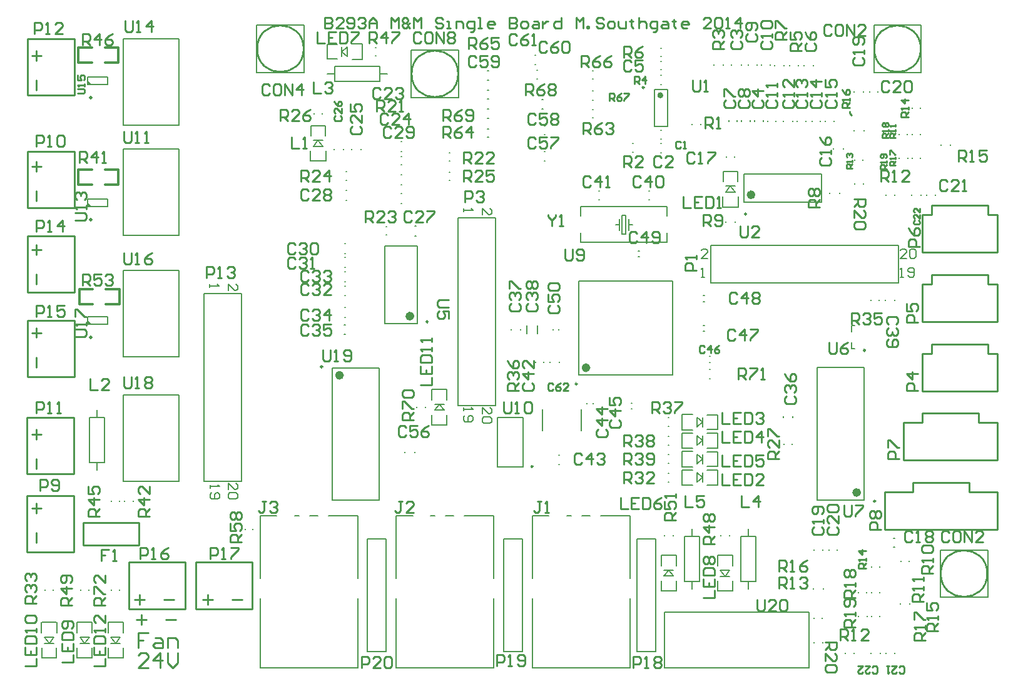
<source format=gto>
%FSAX43Y43*%
%MOMM*%
G71*
G01*
G75*
G04 Layer_Color=65535*
%ADD10R,1.450X1.150*%
%ADD11R,1.300X0.850*%
%ADD12R,1.350X0.950*%
%ADD13R,1.400X1.050*%
%ADD14R,1.500X1.250*%
%ADD15R,0.950X1.350*%
%ADD16O,2.050X0.600*%
%ADD17R,1.050X1.400*%
%ADD18R,0.850X1.300*%
%ADD19O,2.200X0.600*%
%ADD20R,1.250X1.500*%
%ADD21R,1.150X1.450*%
%ADD22R,1.400X1.200*%
%ADD23R,1.550X1.350*%
%ADD24R,1.350X1.550*%
%ADD25O,1.900X0.450*%
G04:AMPARAMS|DCode=26|XSize=5.5mm|YSize=1.5mm|CornerRadius=0.188mm|HoleSize=0mm|Usage=FLASHONLY|Rotation=180.000|XOffset=0mm|YOffset=0mm|HoleType=Round|Shape=RoundedRectangle|*
%AMROUNDEDRECTD26*
21,1,5.500,1.125,0,0,180.0*
21,1,5.125,1.500,0,0,180.0*
1,1,0.375,-2.563,0.563*
1,1,0.375,2.563,0.563*
1,1,0.375,2.563,-0.563*
1,1,0.375,-2.563,-0.563*
%
%ADD26ROUNDEDRECTD26*%
%ADD27R,1.800X0.600*%
%ADD28R,0.900X1.000*%
%ADD29R,1.200X1.400*%
%ADD30R,1.000X0.900*%
%ADD31R,5.400X1.550*%
%ADD32R,1.700X0.950*%
%ADD33R,1.900X0.900*%
%ADD34R,1.900X3.200*%
%ADD35R,1.524X1.524*%
G04:AMPARAMS|DCode=36|XSize=0.6mm|YSize=1mm|CornerRadius=0.075mm|HoleSize=0mm|Usage=FLASHONLY|Rotation=0.000|XOffset=0mm|YOffset=0mm|HoleType=Round|Shape=RoundedRectangle|*
%AMROUNDEDRECTD36*
21,1,0.600,0.850,0,0,0.0*
21,1,0.450,1.000,0,0,0.0*
1,1,0.150,0.225,-0.425*
1,1,0.150,-0.225,-0.425*
1,1,0.150,-0.225,0.425*
1,1,0.150,0.225,0.425*
%
%ADD36ROUNDEDRECTD36*%
%ADD37O,0.250X1.550*%
%ADD38O,1.550X0.250*%
%ADD39O,0.450X2.400*%
%ADD40C,0.250*%
%ADD41C,0.500*%
%ADD42C,0.450*%
%ADD43C,1.000*%
%ADD44C,0.750*%
%ADD45C,0.254*%
%ADD46R,1.500X1.500*%
%ADD47C,1.500*%
%ADD48C,3.000*%
%ADD49R,2.000X2.500*%
%ADD50O,2.000X2.500*%
%ADD51C,1.400*%
%ADD52R,1.500X1.500*%
%ADD53C,1.800*%
%ADD54C,8.000*%
%ADD55R,2.500X2.000*%
%ADD56O,2.500X2.000*%
%ADD57R,1.500X1.500*%
%ADD58C,2.950*%
%ADD59C,1.500*%
%ADD60C,1.270*%
%ADD61C,1.016*%
%ADD62C,1.016*%
%ADD63C,1.900*%
%ADD64C,2.500*%
G04:AMPARAMS|DCode=65|XSize=3.2mm|YSize=3.2mm|CornerRadius=0mm|HoleSize=0mm|Usage=FLASHONLY|Rotation=0.000|XOffset=0mm|YOffset=0mm|HoleType=Round|Shape=Relief|Width=0.3mm|Gap=0.3mm|Entries=4|*
%AMTHD65*
7,0,0,3.200,2.600,0.300,45*
%
%ADD65THD65*%
%ADD66C,2.100*%
G04:AMPARAMS|DCode=67|XSize=2.7mm|YSize=2.7mm|CornerRadius=0mm|HoleSize=0mm|Usage=FLASHONLY|Rotation=0.000|XOffset=0mm|YOffset=0mm|HoleType=Round|Shape=Relief|Width=0.3mm|Gap=0.3mm|Entries=4|*
%AMTHD67*
7,0,0,2.700,2.100,0.300,45*
%
%ADD67THD67*%
%ADD68C,1.850*%
G04:AMPARAMS|DCode=69|XSize=2.5mm|YSize=2.5mm|CornerRadius=0mm|HoleSize=0mm|Usage=FLASHONLY|Rotation=0.000|XOffset=0mm|YOffset=0mm|HoleType=Round|Shape=Relief|Width=0.3mm|Gap=0.3mm|Entries=4|*
%AMTHD69*
7,0,0,2.500,1.900,0.300,45*
%
%ADD69THD69*%
%ADD70C,2.000*%
%ADD71C,1.600*%
G04:AMPARAMS|DCode=72|XSize=2.2mm|YSize=2.2mm|CornerRadius=0mm|HoleSize=0mm|Usage=FLASHONLY|Rotation=0.000|XOffset=0mm|YOffset=0mm|HoleType=Round|Shape=Relief|Width=0.3mm|Gap=0.3mm|Entries=4|*
%AMTHD72*
7,0,0,2.200,1.600,0.300,45*
%
%ADD72THD72*%
%ADD73C,4.500*%
%ADD74C,1.900*%
%ADD75C,4.250*%
G04:AMPARAMS|DCode=76|XSize=2.5mm|YSize=2.5mm|CornerRadius=0mm|HoleSize=0mm|Usage=FLASHONLY|Rotation=0.000|XOffset=0mm|YOffset=0mm|HoleType=Round|Shape=Relief|Width=0.3mm|Gap=0.3mm|Entries=4|*
%AMTHD76*
7,0,0,2.500,1.900,0.300,45*
%
%ADD76THD76*%
%ADD77C,2.600*%
G04:AMPARAMS|DCode=78|XSize=2.45mm|YSize=2.45mm|CornerRadius=0mm|HoleSize=0mm|Usage=FLASHONLY|Rotation=0.000|XOffset=0mm|YOffset=0mm|HoleType=Round|Shape=Relief|Width=0.3mm|Gap=0.3mm|Entries=4|*
%AMTHD78*
7,0,0,2.450,1.850,0.300,45*
%
%ADD78THD78*%
%ADD79R,2.500X1.700*%
%ADD80R,1.700X2.500*%
G04:AMPARAMS|DCode=81|XSize=0.6mm|YSize=1mm|CornerRadius=0.075mm|HoleSize=0mm|Usage=FLASHONLY|Rotation=270.000|XOffset=0mm|YOffset=0mm|HoleType=Round|Shape=RoundedRectangle|*
%AMROUNDEDRECTD81*
21,1,0.600,0.850,0,0,270.0*
21,1,0.450,1.000,0,0,270.0*
1,1,0.150,-0.425,-0.225*
1,1,0.150,-0.425,0.225*
1,1,0.150,0.425,0.225*
1,1,0.150,0.425,-0.225*
%
%ADD81ROUNDEDRECTD81*%
%ADD82R,1.524X1.524*%
%ADD83C,0.600*%
%ADD84C,0.400*%
%ADD85C,0.200*%
%ADD86C,0.203*%
%ADD87C,0.127*%
%ADD88C,0.305*%
G36*
X0213003Y0187292D02*
X0212442D01*
Y0187853D01*
X0213003Y0187292D01*
D02*
G37*
G36*
Y0203167D02*
X0212442D01*
Y0203728D01*
X0213003Y0203167D01*
D02*
G37*
G36*
Y0219677D02*
X0212442D01*
Y0220238D01*
X0213003Y0219677D01*
D02*
G37*
D40*
X0244195Y0181525D02*
G03*
X0244195Y0181525I-0000125J0000000D01*
G01*
X0287725Y0219295D02*
G03*
X0287725Y0219295I-0000125J0000000D01*
G01*
X0258485Y0187615D02*
G03*
X0258485Y0187615I-0000125J0000000D01*
G01*
X0317625Y0183740D02*
G03*
X0317625Y0183740I-0000125J0000000D01*
G01*
X0319020Y0163360D02*
G03*
X0319020Y0163360I-0000125J0000000D01*
G01*
X0272675Y0168040D02*
G03*
X0272675Y0168040I-0000125J0000000D01*
G01*
X0278650Y0179215D02*
G03*
X0278650Y0179215I-0000125J0000000D01*
G01*
X0301560Y0202185D02*
G03*
X0301560Y0202185I-0000125J0000000D01*
G01*
D41*
X0212835Y0185530D02*
X0212840Y0185525D01*
X0212845Y0185530D01*
X0212840Y0185535D01*
X0212835Y0185530D01*
Y0201405D02*
X0212840Y0201400D01*
X0212845Y0201405D01*
X0212840Y0201410D01*
X0212835Y0201405D01*
Y0217915D02*
X0212840Y0217910D01*
X0212845Y0217915D01*
X0212840Y0217920D01*
X0212835Y0217915D01*
D45*
X0334150Y0153540D02*
G03*
X0334150Y0153540I-0003150J0000000D01*
G01*
X0241650Y0224540D02*
G03*
X0241650Y0224540I-0003150J0000000D01*
G01*
X0262550Y0221140D02*
G03*
X0262550Y0221140I-0003150J0000000D01*
G01*
X0325150Y0224540D02*
G03*
X0325150Y0224540I-0003150J0000000D01*
G01*
X0315500Y0215790D02*
X0315750Y0215540D01*
X0315500Y0215790D02*
Y0216040D01*
X0325380Y0202080D02*
X0326650D01*
X0325380Y0197000D02*
Y0202080D01*
Y0197000D02*
X0335540D01*
Y0202080D01*
X0334270D02*
X0335540D01*
X0334270D02*
Y0203350D01*
X0326650D02*
X0334270D01*
X0326650Y0202080D02*
Y0203350D01*
X0325380Y0192705D02*
X0326650D01*
X0325380Y0187625D02*
Y0192705D01*
Y0187625D02*
X0335540D01*
Y0192705D01*
X0334270D02*
X0335540D01*
X0334270D02*
Y0193975D01*
X0326650D02*
X0334270D01*
X0326650Y0192705D02*
Y0193975D01*
X0320300Y0164580D02*
X0324110D01*
X0320300Y0159500D02*
Y0164580D01*
Y0159500D02*
X0335540D01*
Y0164580D01*
X0331730D02*
X0335540D01*
X0331730D02*
Y0165850D01*
X0324110D02*
X0331730D01*
X0324110Y0164580D02*
Y0165850D01*
X0325380Y0183330D02*
X0326650D01*
X0325380Y0178250D02*
Y0183330D01*
Y0178250D02*
X0335540D01*
Y0183330D01*
X0334270D02*
X0335540D01*
X0334270D02*
Y0184600D01*
X0326650D02*
X0334270D01*
X0326650Y0183330D02*
Y0184600D01*
X0325380Y0173955D02*
Y0175225D01*
X0333000D01*
Y0173955D02*
Y0175225D01*
Y0173955D02*
X0335540D01*
Y0168875D02*
Y0173955D01*
X0322840Y0168875D02*
X0335540D01*
X0322840D02*
Y0173955D01*
X0325380D01*
X0211820Y0157420D02*
X0219320D01*
Y0160420D01*
X0211820D02*
X0219320D01*
X0211820Y0157420D02*
Y0160420D01*
X0234680Y0150000D02*
Y0155080D01*
X0227060D02*
X0234680D01*
X0227060Y0150000D02*
Y0155080D01*
Y0148730D02*
Y0150000D01*
Y0148730D02*
X0234680D01*
Y0150000D01*
X0225580Y0150000D02*
Y0155080D01*
X0217960D02*
X0225580D01*
X0217960Y0150000D02*
Y0155080D01*
Y0148730D02*
Y0150000D01*
Y0148730D02*
X0225580D01*
Y0150000D01*
X0205540Y0218280D02*
X0210620D01*
Y0225900D01*
X0205540D02*
X0210620D01*
X0204270D02*
X0205540D01*
X0204270Y0218280D02*
Y0225900D01*
Y0218280D02*
X0205540D01*
Y0203040D02*
X0210620D01*
Y0210660D01*
X0205540D02*
X0210620D01*
X0204270D02*
X0205540D01*
X0204270Y0203040D02*
Y0210660D01*
Y0203040D02*
X0205540D01*
Y0191610D02*
X0210620D01*
Y0199230D01*
X0205540D02*
X0210620D01*
X0204270D02*
X0205540D01*
X0204270Y0191610D02*
Y0199230D01*
Y0191610D02*
X0205540D01*
Y0180180D02*
X0210620D01*
Y0187800D01*
X0205540D02*
X0210620D01*
X0204270D02*
X0205540D01*
X0204270Y0180180D02*
Y0187800D01*
Y0180180D02*
X0205540D01*
X0205460Y0167060D02*
X0210540D01*
Y0174680D01*
X0205460D02*
X0210540D01*
X0204190D02*
X0205460D01*
X0204190Y0167060D02*
Y0174680D01*
Y0167060D02*
X0205460D01*
Y0156460D02*
X0210540D01*
Y0164080D01*
X0205460D02*
X0210540D01*
X0204190D02*
X0205460D01*
X0204190Y0156460D02*
Y0164080D01*
Y0156460D02*
X0205460D01*
X0309730Y0225306D02*
X0309477Y0225052D01*
Y0224544D01*
X0309730Y0224290D01*
X0310746D01*
X0311000Y0224544D01*
Y0225052D01*
X0310746Y0225306D01*
X0309477Y0226829D02*
X0309730Y0226321D01*
X0310238Y0225814D01*
X0310746D01*
X0311000Y0226067D01*
Y0226575D01*
X0310746Y0226829D01*
X0310492D01*
X0310238Y0226575D01*
Y0225814D01*
X0267750Y0141040D02*
Y0142564D01*
X0268512D01*
X0268766Y0142310D01*
Y0141802D01*
X0268512Y0141548D01*
X0267750D01*
X0269273Y0141040D02*
X0269781D01*
X0269527D01*
Y0142564D01*
X0269273Y0142310D01*
X0270543Y0141294D02*
X0270797Y0141040D01*
X0271305D01*
X0271559Y0141294D01*
Y0142310D01*
X0271305Y0142564D01*
X0270797D01*
X0270543Y0142310D01*
Y0142056D01*
X0270797Y0141802D01*
X0271559D01*
X0303000Y0150064D02*
Y0148794D01*
X0303254Y0148540D01*
X0303762D01*
X0304016Y0148794D01*
Y0150064D01*
X0305539Y0148540D02*
X0304523D01*
X0305539Y0149556D01*
Y0149810D01*
X0305285Y0150064D01*
X0304777D01*
X0304523Y0149810D01*
X0306047D02*
X0306301Y0150064D01*
X0306809D01*
X0307063Y0149810D01*
Y0148794D01*
X0306809Y0148540D01*
X0306301D01*
X0306047Y0148794D01*
Y0149810D01*
X0219500Y0155540D02*
Y0157064D01*
X0220262D01*
X0220516Y0156810D01*
Y0156302D01*
X0220262Y0156048D01*
X0219500D01*
X0221024Y0155540D02*
X0221531D01*
X0221277D01*
Y0157064D01*
X0221024Y0156810D01*
X0223309Y0157064D02*
X0222801Y0156810D01*
X0222293Y0156302D01*
Y0155794D01*
X0222547Y0155540D01*
X0223055D01*
X0223309Y0155794D01*
Y0156048D01*
X0223055Y0156302D01*
X0222293D01*
X0314750Y0162814D02*
Y0161544D01*
X0315004Y0161290D01*
X0315512D01*
X0315766Y0161544D01*
Y0162814D01*
X0316273D02*
X0317289D01*
Y0162560D01*
X0316273Y0161544D01*
Y0161290D01*
X0312750Y0184814D02*
Y0183544D01*
X0313004Y0183290D01*
X0313512D01*
X0313766Y0183544D01*
Y0184814D01*
X0315289D02*
X0314781Y0184560D01*
X0314273Y0184052D01*
Y0183544D01*
X0314527Y0183290D01*
X0315035D01*
X0315289Y0183544D01*
Y0183798D01*
X0315035Y0184052D01*
X0314273D01*
X0306980Y0177556D02*
X0306727Y0177302D01*
Y0176794D01*
X0306980Y0176540D01*
X0307996D01*
X0308250Y0176794D01*
Y0177302D01*
X0307996Y0177556D01*
X0306980Y0178064D02*
X0306727Y0178317D01*
Y0178825D01*
X0306980Y0179079D01*
X0307234D01*
X0307488Y0178825D01*
Y0178571D01*
Y0178825D01*
X0307742Y0179079D01*
X0307996D01*
X0308250Y0178825D01*
Y0178317D01*
X0307996Y0178064D01*
X0306727Y0180603D02*
X0306980Y0180095D01*
X0307488Y0179587D01*
X0307996D01*
X0308250Y0179841D01*
Y0180349D01*
X0307996Y0180603D01*
X0307742D01*
X0307488Y0180349D01*
Y0179587D01*
X0275416Y0179123D02*
X0275250Y0179290D01*
X0274917D01*
X0274750Y0179123D01*
Y0178457D01*
X0274917Y0178290D01*
X0275250D01*
X0275416Y0178457D01*
X0276416Y0179290D02*
X0276083Y0179123D01*
X0275750Y0178790D01*
Y0178457D01*
X0275916Y0178290D01*
X0276250D01*
X0276416Y0178457D01*
Y0178623D01*
X0276250Y0178790D01*
X0275750D01*
X0277416Y0178290D02*
X0276749D01*
X0277416Y0178956D01*
Y0179123D01*
X0277249Y0179290D01*
X0276916D01*
X0276749Y0179123D01*
X0283230Y0174306D02*
X0282977Y0174052D01*
Y0173544D01*
X0283230Y0173290D01*
X0284246D01*
X0284500Y0173544D01*
Y0174052D01*
X0284246Y0174306D01*
X0284500Y0175575D02*
X0282977D01*
X0283738Y0174814D01*
Y0175829D01*
X0282977Y0177353D02*
Y0176337D01*
X0283738D01*
X0283484Y0176845D01*
Y0177099D01*
X0283738Y0177353D01*
X0284246D01*
X0284500Y0177099D01*
Y0176591D01*
X0284246Y0176337D01*
X0300500Y0179790D02*
Y0181314D01*
X0301262D01*
X0301516Y0181060D01*
Y0180552D01*
X0301262Y0180298D01*
X0300500D01*
X0301008D02*
X0301516Y0179790D01*
X0302023Y0181314D02*
X0303039D01*
Y0181060D01*
X0302023Y0180044D01*
Y0179790D01*
X0303547D02*
X0304055D01*
X0303801D01*
Y0181314D01*
X0303547Y0181060D01*
X0217500Y0228314D02*
Y0227044D01*
X0217754Y0226790D01*
X0218262D01*
X0218516Y0227044D01*
Y0228314D01*
X0219024Y0226790D02*
X0219531D01*
X0219277D01*
Y0228314D01*
X0219024Y0228060D01*
X0221055Y0226790D02*
Y0228314D01*
X0220293Y0227552D01*
X0221309D01*
X0274750Y0202064D02*
Y0201810D01*
X0275258Y0201302D01*
X0275766Y0201810D01*
Y0202064D01*
X0275258Y0201302D02*
Y0200540D01*
X0276273D02*
X0276781D01*
X0276527D01*
Y0202064D01*
X0276273Y0201810D01*
X0280516Y0207060D02*
X0280262Y0207314D01*
X0279754D01*
X0279500Y0207060D01*
Y0206044D01*
X0279754Y0205790D01*
X0280262D01*
X0280516Y0206044D01*
X0281785Y0205790D02*
Y0207314D01*
X0281023Y0206552D01*
X0282039D01*
X0282547Y0205790D02*
X0283055D01*
X0282801D01*
Y0207314D01*
X0282547Y0207060D01*
X0287266D02*
X0287012Y0207314D01*
X0286504D01*
X0286250Y0207060D01*
Y0206044D01*
X0286504Y0205790D01*
X0287012D01*
X0287266Y0206044D01*
X0288535Y0205790D02*
Y0207314D01*
X0287773Y0206552D01*
X0288789D01*
X0289297Y0207060D02*
X0289551Y0207314D01*
X0290059D01*
X0290313Y0207060D01*
Y0206044D01*
X0290059Y0205790D01*
X0289551D01*
X0289297Y0206044D01*
Y0207060D01*
X0229000Y0155540D02*
Y0157064D01*
X0229762D01*
X0230016Y0156810D01*
Y0156302D01*
X0229762Y0156048D01*
X0229000D01*
X0230524Y0155540D02*
X0231031D01*
X0230777D01*
Y0157064D01*
X0230524Y0156810D01*
X0231793Y0157064D02*
X0232809D01*
Y0156810D01*
X0231793Y0155794D01*
Y0155540D01*
X0256500Y0174290D02*
X0254976D01*
Y0175052D01*
X0255230Y0175306D01*
X0255738D01*
X0255992Y0175052D01*
Y0174290D01*
Y0174798D02*
X0256500Y0175306D01*
X0254976Y0175814D02*
Y0176829D01*
X0255230D01*
X0256246Y0175814D01*
X0256500D01*
X0255230Y0177337D02*
X0254976Y0177591D01*
Y0178099D01*
X0255230Y0178353D01*
X0256246D01*
X0256500Y0178099D01*
Y0177591D01*
X0256246Y0177337D01*
X0255230D01*
X0257477Y0179040D02*
X0259000D01*
Y0180056D01*
X0257477Y0181579D02*
Y0180564D01*
X0259000D01*
Y0181579D01*
X0258238Y0180564D02*
Y0181071D01*
X0257477Y0182087D02*
X0259000D01*
Y0182849D01*
X0258746Y0183103D01*
X0257730D01*
X0257477Y0182849D01*
Y0182087D01*
X0259000Y0183611D02*
Y0184118D01*
Y0183864D01*
X0257477D01*
X0257730Y0183611D01*
X0259000Y0184880D02*
Y0185388D01*
Y0185134D01*
X0257477D01*
X0257730Y0184880D01*
X0205500Y0175290D02*
Y0176814D01*
X0206262D01*
X0206516Y0176560D01*
Y0176052D01*
X0206262Y0175798D01*
X0205500D01*
X0207024Y0175290D02*
X0207531D01*
X0207277D01*
Y0176814D01*
X0207024Y0176560D01*
X0208293Y0175290D02*
X0208801D01*
X0208547D01*
Y0176814D01*
X0208293Y0176560D01*
X0206000Y0164790D02*
Y0166314D01*
X0206762D01*
X0207016Y0166060D01*
Y0165552D01*
X0206762Y0165298D01*
X0206000D01*
X0207524Y0165044D02*
X0207777Y0164790D01*
X0208285D01*
X0208539Y0165044D01*
Y0166060D01*
X0208285Y0166314D01*
X0207777D01*
X0207524Y0166060D01*
Y0165806D01*
X0207777Y0165552D01*
X0208539D01*
X0255016Y0163314D02*
X0254508D01*
X0254762D01*
Y0162044D01*
X0254508Y0161790D01*
X0254254D01*
X0254000Y0162044D01*
X0256539Y0161790D02*
X0255524D01*
X0256539Y0162806D01*
Y0163060D01*
X0256285Y0163314D01*
X0255777D01*
X0255524Y0163060D01*
X0273766Y0163314D02*
X0273258D01*
X0273512D01*
Y0162044D01*
X0273258Y0161790D01*
X0273004D01*
X0272750Y0162044D01*
X0274273Y0161790D02*
X0274781D01*
X0274527D01*
Y0163314D01*
X0274273Y0163060D01*
X0215266Y0156814D02*
X0214250D01*
Y0156052D01*
X0214758D01*
X0214250D01*
Y0155290D01*
X0215774D02*
X0216281D01*
X0216027D01*
Y0156814D01*
X0215774Y0156560D01*
X0244250Y0183814D02*
Y0182544D01*
X0244504Y0182290D01*
X0245012D01*
X0245266Y0182544D01*
Y0183814D01*
X0245774Y0182290D02*
X0246281D01*
X0246027D01*
Y0183814D01*
X0245774Y0183560D01*
X0247043Y0182544D02*
X0247297Y0182290D01*
X0247805D01*
X0248059Y0182544D01*
Y0183560D01*
X0247805Y0183814D01*
X0247297D01*
X0247043Y0183560D01*
Y0183306D01*
X0247297Y0183052D01*
X0248059D01*
X0217348Y0180136D02*
Y0178867D01*
X0217602Y0178613D01*
X0218110D01*
X0218363Y0178867D01*
Y0180136D01*
X0218871Y0178613D02*
X0219379D01*
X0219125D01*
Y0180136D01*
X0218871Y0179882D01*
X0220141D02*
X0220395Y0180136D01*
X0220903D01*
X0221157Y0179882D01*
Y0179628D01*
X0220903Y0179375D01*
X0221157Y0179121D01*
Y0178867D01*
X0220903Y0178613D01*
X0220395D01*
X0220141Y0178867D01*
Y0179121D01*
X0220395Y0179375D01*
X0220141Y0179628D01*
Y0179882D01*
X0220395Y0179375D02*
X0220903D01*
X0210726Y0185540D02*
X0211996D01*
X0212250Y0185794D01*
Y0186302D01*
X0211996Y0186556D01*
X0210726D01*
X0212250Y0187064D02*
Y0187571D01*
Y0187317D01*
X0210726D01*
X0210980Y0187064D01*
X0210726Y0188333D02*
Y0189349D01*
X0210980D01*
X0211996Y0188333D01*
X0212250D01*
X0217348Y0196926D02*
Y0195656D01*
X0217602Y0195402D01*
X0218110D01*
X0218363Y0195656D01*
Y0196926D01*
X0218871Y0195402D02*
X0219379D01*
X0219125D01*
Y0196926D01*
X0218871Y0196672D01*
X0221157Y0196926D02*
X0220649Y0196672D01*
X0220141Y0196164D01*
Y0195656D01*
X0220395Y0195402D01*
X0220903D01*
X0221157Y0195656D01*
Y0195910D01*
X0220903Y0196164D01*
X0220141D01*
X0211023Y0218481D02*
X0211856D01*
X0212023Y0218647D01*
Y0218981D01*
X0211856Y0219147D01*
X0211023D01*
X0212023Y0219480D02*
Y0219814D01*
Y0219647D01*
X0211023D01*
X0211190Y0219480D01*
X0211023Y0220980D02*
Y0220314D01*
X0211523D01*
X0211356Y0220647D01*
Y0220813D01*
X0211523Y0220980D01*
X0211856D01*
X0212023Y0220813D01*
Y0220480D01*
X0211856Y0220314D01*
X0210726Y0201290D02*
X0211996D01*
X0212250Y0201544D01*
Y0202052D01*
X0211996Y0202306D01*
X0210726D01*
X0212250Y0202814D02*
Y0203321D01*
Y0203067D01*
X0210726D01*
X0210980Y0202814D01*
Y0204083D02*
X0210726Y0204337D01*
Y0204845D01*
X0210980Y0205099D01*
X0211234D01*
X0211488Y0204845D01*
Y0204591D01*
Y0204845D01*
X0211742Y0205099D01*
X0211996D01*
X0212250Y0204845D01*
Y0204337D01*
X0211996Y0204083D01*
X0217348Y0213385D02*
Y0212115D01*
X0217602Y0211861D01*
X0218110D01*
X0218363Y0212115D01*
Y0213385D01*
X0218871Y0211861D02*
X0219379D01*
X0219125D01*
Y0213385D01*
X0218871Y0213131D01*
X0220141Y0211861D02*
X0220649D01*
X0220395D01*
Y0213385D01*
X0220141Y0213131D01*
X0268750Y0176814D02*
Y0175544D01*
X0269004Y0175290D01*
X0269512D01*
X0269766Y0175544D01*
Y0176814D01*
X0270273Y0175290D02*
X0270781D01*
X0270527D01*
Y0176814D01*
X0270273Y0176560D01*
X0271543D02*
X0271797Y0176814D01*
X0272305D01*
X0272559Y0176560D01*
Y0175544D01*
X0272305Y0175290D01*
X0271797D01*
X0271543Y0175544D01*
Y0176560D01*
X0277038Y0197459D02*
Y0196190D01*
X0277292Y0195936D01*
X0277800D01*
X0278053Y0196190D01*
Y0197459D01*
X0278561Y0196190D02*
X0278815Y0195936D01*
X0279323D01*
X0279577Y0196190D01*
Y0197205D01*
X0279323Y0197459D01*
X0278815D01*
X0278561Y0197205D01*
Y0196951D01*
X0278815Y0196697D01*
X0279577D01*
X0300750Y0200564D02*
Y0199294D01*
X0301004Y0199040D01*
X0301512D01*
X0301766Y0199294D01*
Y0200564D01*
X0303289Y0199040D02*
X0302273D01*
X0303289Y0200056D01*
Y0200310D01*
X0303035Y0200564D01*
X0302527D01*
X0302273Y0200310D01*
X0294250Y0220314D02*
Y0219044D01*
X0294504Y0218790D01*
X0295012D01*
X0295266Y0219044D01*
Y0220314D01*
X0295773Y0218790D02*
X0296281D01*
X0296027D01*
Y0220314D01*
X0295773Y0220060D01*
X0260500Y0214790D02*
Y0216314D01*
X0261262D01*
X0261516Y0216060D01*
Y0215552D01*
X0261262Y0215298D01*
X0260500D01*
X0261008D02*
X0261516Y0214790D01*
X0263039Y0216314D02*
X0262531Y0216060D01*
X0262023Y0215552D01*
Y0215044D01*
X0262277Y0214790D01*
X0262785D01*
X0263039Y0215044D01*
Y0215298D01*
X0262785Y0215552D01*
X0262023D01*
X0263547Y0215044D02*
X0263801Y0214790D01*
X0264309D01*
X0264563Y0215044D01*
Y0216060D01*
X0264309Y0216314D01*
X0263801D01*
X0263547Y0216060D01*
Y0215806D01*
X0263801Y0215552D01*
X0264563D01*
X0271640Y0218300D02*
Y0219823D01*
X0272402D01*
X0272656Y0219570D01*
Y0219062D01*
X0272402Y0218808D01*
X0271640D01*
X0272148D02*
X0272656Y0218300D01*
X0274179Y0219823D02*
X0273671Y0219570D01*
X0273164Y0219062D01*
Y0218554D01*
X0273417Y0218300D01*
X0273925D01*
X0274179Y0218554D01*
Y0218808D01*
X0273925Y0219062D01*
X0273164D01*
X0274687Y0219570D02*
X0274941Y0219823D01*
X0275449D01*
X0275703Y0219570D01*
Y0219316D01*
X0275449Y0219062D01*
X0275703Y0218808D01*
Y0218554D01*
X0275449Y0218300D01*
X0274941D01*
X0274687Y0218554D01*
Y0218808D01*
X0274941Y0219062D01*
X0274687Y0219316D01*
Y0219570D01*
X0274941Y0219062D02*
X0275449D01*
X0283000Y0217540D02*
Y0218540D01*
X0283500D01*
X0283666Y0218373D01*
Y0218040D01*
X0283500Y0217873D01*
X0283000D01*
X0283333D02*
X0283666Y0217540D01*
X0284666Y0218540D02*
X0284333Y0218373D01*
X0284000Y0218040D01*
Y0217707D01*
X0284166Y0217540D01*
X0284500D01*
X0284666Y0217707D01*
Y0217873D01*
X0284500Y0218040D01*
X0284000D01*
X0284999Y0218540D02*
X0285666D01*
Y0218373D01*
X0284999Y0217707D01*
Y0217540D01*
X0279250Y0222040D02*
Y0223564D01*
X0280012D01*
X0280266Y0223310D01*
Y0222802D01*
X0280012Y0222548D01*
X0279250D01*
X0279758D02*
X0280266Y0222040D01*
X0281789Y0223564D02*
X0281281Y0223310D01*
X0280773Y0222802D01*
Y0222294D01*
X0281027Y0222040D01*
X0281535D01*
X0281789Y0222294D01*
Y0222548D01*
X0281535Y0222802D01*
X0280773D01*
X0283313Y0223564D02*
X0282805Y0223310D01*
X0282297Y0222802D01*
Y0222294D01*
X0282551Y0222040D01*
X0283059D01*
X0283313Y0222294D01*
Y0222548D01*
X0283059Y0222802D01*
X0282297D01*
X0264000Y0224540D02*
Y0226064D01*
X0264762D01*
X0265016Y0225810D01*
Y0225302D01*
X0264762Y0225048D01*
X0264000D01*
X0264508D02*
X0265016Y0224540D01*
X0266539Y0226064D02*
X0266031Y0225810D01*
X0265523Y0225302D01*
Y0224794D01*
X0265777Y0224540D01*
X0266285D01*
X0266539Y0224794D01*
Y0225048D01*
X0266285Y0225302D01*
X0265523D01*
X0268063Y0226064D02*
X0267047D01*
Y0225302D01*
X0267555Y0225556D01*
X0267809D01*
X0268063Y0225302D01*
Y0224794D01*
X0267809Y0224540D01*
X0267301D01*
X0267047Y0224794D01*
X0260500Y0212540D02*
Y0214064D01*
X0261262D01*
X0261516Y0213810D01*
Y0213302D01*
X0261262Y0213048D01*
X0260500D01*
X0261008D02*
X0261516Y0212540D01*
X0263039Y0214064D02*
X0262531Y0213810D01*
X0262023Y0213302D01*
Y0212794D01*
X0262277Y0212540D01*
X0262785D01*
X0263039Y0212794D01*
Y0213048D01*
X0262785Y0213302D01*
X0262023D01*
X0264309Y0212540D02*
Y0214064D01*
X0263547Y0213302D01*
X0264563D01*
X0279500Y0213040D02*
Y0214564D01*
X0280262D01*
X0280516Y0214310D01*
Y0213802D01*
X0280262Y0213548D01*
X0279500D01*
X0280008D02*
X0280516Y0213040D01*
X0282039Y0214564D02*
X0281531Y0214310D01*
X0281023Y0213802D01*
Y0213294D01*
X0281277Y0213040D01*
X0281785D01*
X0282039Y0213294D01*
Y0213548D01*
X0281785Y0213802D01*
X0281023D01*
X0282547Y0214310D02*
X0282801Y0214564D01*
X0283309D01*
X0283563Y0214310D01*
Y0214056D01*
X0283309Y0213802D01*
X0283055D01*
X0283309D01*
X0283563Y0213548D01*
Y0213294D01*
X0283309Y0213040D01*
X0282801D01*
X0282547Y0213294D01*
X0233250Y0157790D02*
X0231726D01*
Y0158552D01*
X0231980Y0158806D01*
X0232488D01*
X0232742Y0158552D01*
Y0157790D01*
Y0158298D02*
X0233250Y0158806D01*
X0231726Y0160329D02*
Y0159314D01*
X0232488D01*
X0232234Y0159821D01*
Y0160075D01*
X0232488Y0160329D01*
X0232996D01*
X0233250Y0160075D01*
Y0159567D01*
X0232996Y0159314D01*
X0231980Y0160837D02*
X0231726Y0161091D01*
Y0161599D01*
X0231980Y0161853D01*
X0232234D01*
X0232488Y0161599D01*
X0232742Y0161853D01*
X0232996D01*
X0233250Y0161599D01*
Y0161091D01*
X0232996Y0160837D01*
X0232742D01*
X0232488Y0161091D01*
X0232234Y0160837D01*
X0231980D01*
X0232488Y0161091D02*
Y0161599D01*
X0211750Y0192540D02*
Y0194064D01*
X0212512D01*
X0212766Y0193810D01*
Y0193302D01*
X0212512Y0193048D01*
X0211750D01*
X0212258D02*
X0212766Y0192540D01*
X0214289Y0194064D02*
X0213274D01*
Y0193302D01*
X0213781Y0193556D01*
X0214035D01*
X0214289Y0193302D01*
Y0192794D01*
X0214035Y0192540D01*
X0213527D01*
X0213274Y0192794D01*
X0214797Y0193810D02*
X0215051Y0194064D01*
X0215559D01*
X0215813Y0193810D01*
Y0193556D01*
X0215559Y0193302D01*
X0215305D01*
X0215559D01*
X0215813Y0193048D01*
Y0192794D01*
X0215559Y0192540D01*
X0215051D01*
X0214797Y0192794D01*
X0292000Y0160790D02*
X0290477D01*
Y0161552D01*
X0290730Y0161806D01*
X0291238D01*
X0291492Y0161552D01*
Y0160790D01*
Y0161298D02*
X0292000Y0161806D01*
X0290477Y0163329D02*
Y0162314D01*
X0291238D01*
X0290984Y0162821D01*
Y0163075D01*
X0291238Y0163329D01*
X0291746D01*
X0292000Y0163075D01*
Y0162567D01*
X0291746Y0162314D01*
X0292000Y0163837D02*
Y0164345D01*
Y0164091D01*
X0290477D01*
X0290730Y0163837D01*
X0210250Y0149290D02*
X0208726D01*
Y0150052D01*
X0208980Y0150306D01*
X0209488D01*
X0209742Y0150052D01*
Y0149290D01*
Y0149798D02*
X0210250Y0150306D01*
Y0151575D02*
X0208726D01*
X0209488Y0150814D01*
Y0151829D01*
X0209996Y0152337D02*
X0210250Y0152591D01*
Y0153099D01*
X0209996Y0153353D01*
X0208980D01*
X0208726Y0153099D01*
Y0152591D01*
X0208980Y0152337D01*
X0209234D01*
X0209488Y0152591D01*
Y0153353D01*
X0297250Y0157540D02*
X0295727D01*
Y0158302D01*
X0295980Y0158556D01*
X0296488D01*
X0296742Y0158302D01*
Y0157540D01*
Y0158048D02*
X0297250Y0158556D01*
Y0159825D02*
X0295727D01*
X0296488Y0159064D01*
Y0160079D01*
X0295980Y0160587D02*
X0295727Y0160841D01*
Y0161349D01*
X0295980Y0161603D01*
X0296234D01*
X0296488Y0161349D01*
X0296742Y0161603D01*
X0296996D01*
X0297250Y0161349D01*
Y0160841D01*
X0296996Y0160587D01*
X0296742D01*
X0296488Y0160841D01*
X0296234Y0160587D01*
X0295980D01*
X0296488Y0160841D02*
Y0161349D01*
X0211750Y0225040D02*
Y0226564D01*
X0212512D01*
X0212766Y0226310D01*
Y0225802D01*
X0212512Y0225548D01*
X0211750D01*
X0212258D02*
X0212766Y0225040D01*
X0214035D02*
Y0226564D01*
X0213274Y0225802D01*
X0214289D01*
X0215813Y0226564D02*
X0215305Y0226310D01*
X0214797Y0225802D01*
Y0225294D01*
X0215051Y0225040D01*
X0215559D01*
X0215813Y0225294D01*
Y0225548D01*
X0215559Y0225802D01*
X0214797D01*
X0214000Y0161290D02*
X0212476D01*
Y0162052D01*
X0212730Y0162306D01*
X0213238D01*
X0213492Y0162052D01*
Y0161290D01*
Y0161798D02*
X0214000Y0162306D01*
Y0163575D02*
X0212476D01*
X0213238Y0162814D01*
Y0163829D01*
X0212476Y0165353D02*
Y0164337D01*
X0213238D01*
X0212984Y0164845D01*
Y0165099D01*
X0213238Y0165353D01*
X0213746D01*
X0214000Y0165099D01*
Y0164591D01*
X0213746Y0164337D01*
X0220750Y0161290D02*
X0219226D01*
Y0162052D01*
X0219480Y0162306D01*
X0219988D01*
X0220242Y0162052D01*
Y0161290D01*
Y0161798D02*
X0220750Y0162306D01*
Y0163575D02*
X0219226D01*
X0219988Y0162814D01*
Y0163829D01*
X0220750Y0165353D02*
Y0164337D01*
X0219734Y0165353D01*
X0219480D01*
X0219226Y0165099D01*
Y0164591D01*
X0219480Y0164337D01*
X0211277Y0209093D02*
Y0210616D01*
X0212039D01*
X0212293Y0210362D01*
Y0209855D01*
X0212039Y0209601D01*
X0211277D01*
X0211785D02*
X0212293Y0209093D01*
X0213562D02*
Y0210616D01*
X0212801Y0209855D01*
X0213816D01*
X0214324Y0209093D02*
X0214832D01*
X0214578D01*
Y0210616D01*
X0214324Y0210362D01*
X0285000Y0168290D02*
Y0169814D01*
X0285762D01*
X0286016Y0169560D01*
Y0169052D01*
X0285762Y0168798D01*
X0285000D01*
X0285508D02*
X0286016Y0168290D01*
X0286523Y0169560D02*
X0286777Y0169814D01*
X0287285D01*
X0287539Y0169560D01*
Y0169306D01*
X0287285Y0169052D01*
X0287031D01*
X0287285D01*
X0287539Y0168798D01*
Y0168544D01*
X0287285Y0168290D01*
X0286777D01*
X0286523Y0168544D01*
X0288047D02*
X0288301Y0168290D01*
X0288809D01*
X0289063Y0168544D01*
Y0169560D01*
X0288809Y0169814D01*
X0288301D01*
X0288047Y0169560D01*
Y0169306D01*
X0288301Y0169052D01*
X0289063D01*
X0285000Y0170790D02*
Y0172314D01*
X0285762D01*
X0286016Y0172060D01*
Y0171552D01*
X0285762Y0171298D01*
X0285000D01*
X0285508D02*
X0286016Y0170790D01*
X0286523Y0172060D02*
X0286777Y0172314D01*
X0287285D01*
X0287539Y0172060D01*
Y0171806D01*
X0287285Y0171552D01*
X0287031D01*
X0287285D01*
X0287539Y0171298D01*
Y0171044D01*
X0287285Y0170790D01*
X0286777D01*
X0286523Y0171044D01*
X0288047Y0172060D02*
X0288301Y0172314D01*
X0288809D01*
X0289063Y0172060D01*
Y0171806D01*
X0288809Y0171552D01*
X0289063Y0171298D01*
Y0171044D01*
X0288809Y0170790D01*
X0288301D01*
X0288047Y0171044D01*
Y0171298D01*
X0288301Y0171552D01*
X0288047Y0171806D01*
Y0172060D01*
X0288301Y0171552D02*
X0288809D01*
X0288750Y0175290D02*
Y0176814D01*
X0289512D01*
X0289766Y0176560D01*
Y0176052D01*
X0289512Y0175798D01*
X0288750D01*
X0289258D02*
X0289766Y0175290D01*
X0290273Y0176560D02*
X0290527Y0176814D01*
X0291035D01*
X0291289Y0176560D01*
Y0176306D01*
X0291035Y0176052D01*
X0290781D01*
X0291035D01*
X0291289Y0175798D01*
Y0175544D01*
X0291035Y0175290D01*
X0290527D01*
X0290273Y0175544D01*
X0291797Y0176814D02*
X0292813D01*
Y0176560D01*
X0291797Y0175544D01*
Y0175290D01*
X0270750Y0178290D02*
X0269227D01*
Y0179052D01*
X0269480Y0179306D01*
X0269988D01*
X0270242Y0179052D01*
Y0178290D01*
Y0178798D02*
X0270750Y0179306D01*
X0269480Y0179814D02*
X0269227Y0180067D01*
Y0180575D01*
X0269480Y0180829D01*
X0269734D01*
X0269988Y0180575D01*
Y0180321D01*
Y0180575D01*
X0270242Y0180829D01*
X0270496D01*
X0270750Y0180575D01*
Y0180067D01*
X0270496Y0179814D01*
X0269227Y0182353D02*
X0269480Y0181845D01*
X0269988Y0181337D01*
X0270496D01*
X0270750Y0181591D01*
Y0182099D01*
X0270496Y0182353D01*
X0270242D01*
X0269988Y0182099D01*
Y0181337D01*
X0315750Y0187290D02*
Y0188814D01*
X0316512D01*
X0316766Y0188560D01*
Y0188052D01*
X0316512Y0187798D01*
X0315750D01*
X0316258D02*
X0316766Y0187290D01*
X0317273Y0188560D02*
X0317527Y0188814D01*
X0318035D01*
X0318289Y0188560D01*
Y0188306D01*
X0318035Y0188052D01*
X0317781D01*
X0318035D01*
X0318289Y0187798D01*
Y0187544D01*
X0318035Y0187290D01*
X0317527D01*
X0317273Y0187544D01*
X0319813Y0188814D02*
X0318797D01*
Y0188052D01*
X0319305Y0188306D01*
X0319559D01*
X0319813Y0188052D01*
Y0187544D01*
X0319559Y0187290D01*
X0319051D01*
X0318797Y0187544D01*
X0285000Y0165790D02*
Y0167314D01*
X0285762D01*
X0286016Y0167060D01*
Y0166552D01*
X0285762Y0166298D01*
X0285000D01*
X0285508D02*
X0286016Y0165790D01*
X0286523Y0167060D02*
X0286777Y0167314D01*
X0287285D01*
X0287539Y0167060D01*
Y0166806D01*
X0287285Y0166552D01*
X0287031D01*
X0287285D01*
X0287539Y0166298D01*
Y0166044D01*
X0287285Y0165790D01*
X0286777D01*
X0286523Y0166044D01*
X0289063Y0165790D02*
X0288047D01*
X0289063Y0166806D01*
Y0167060D01*
X0288809Y0167314D01*
X0288301D01*
X0288047Y0167060D01*
X0306000Y0169040D02*
X0304477D01*
Y0169802D01*
X0304730Y0170056D01*
X0305238D01*
X0305492Y0169802D01*
Y0169040D01*
Y0169548D02*
X0306000Y0170056D01*
Y0171579D02*
Y0170564D01*
X0304984Y0171579D01*
X0304730D01*
X0304477Y0171325D01*
Y0170817D01*
X0304730Y0170564D01*
X0304477Y0172087D02*
Y0173103D01*
X0304730D01*
X0305746Y0172087D01*
X0306000D01*
X0238500Y0214790D02*
Y0216314D01*
X0239262D01*
X0239516Y0216060D01*
Y0215552D01*
X0239262Y0215298D01*
X0238500D01*
X0239008D02*
X0239516Y0214790D01*
X0241039D02*
X0240024D01*
X0241039Y0215806D01*
Y0216060D01*
X0240785Y0216314D01*
X0240277D01*
X0240024Y0216060D01*
X0242563Y0216314D02*
X0242055Y0216060D01*
X0241547Y0215552D01*
Y0215044D01*
X0241801Y0214790D01*
X0242309D01*
X0242563Y0215044D01*
Y0215298D01*
X0242309Y0215552D01*
X0241547D01*
X0263250Y0206540D02*
Y0208064D01*
X0264012D01*
X0264266Y0207810D01*
Y0207302D01*
X0264012Y0207048D01*
X0263250D01*
X0263758D02*
X0264266Y0206540D01*
X0265789D02*
X0264773D01*
X0265789Y0207556D01*
Y0207810D01*
X0265535Y0208064D01*
X0265027D01*
X0264773Y0207810D01*
X0267313Y0208064D02*
X0266297D01*
Y0207302D01*
X0266805Y0207556D01*
X0267059D01*
X0267313Y0207302D01*
Y0206794D01*
X0267059Y0206540D01*
X0266551D01*
X0266297Y0206794D01*
X0241250Y0206540D02*
Y0208064D01*
X0242012D01*
X0242266Y0207810D01*
Y0207302D01*
X0242012Y0207048D01*
X0241250D01*
X0241758D02*
X0242266Y0206540D01*
X0243789D02*
X0242774D01*
X0243789Y0207556D01*
Y0207810D01*
X0243535Y0208064D01*
X0243027D01*
X0242774Y0207810D01*
X0245059Y0206540D02*
Y0208064D01*
X0244297Y0207302D01*
X0245313D01*
X0250000Y0201040D02*
Y0202564D01*
X0250762D01*
X0251016Y0202310D01*
Y0201802D01*
X0250762Y0201548D01*
X0250000D01*
X0250508D02*
X0251016Y0201040D01*
X0252539D02*
X0251524D01*
X0252539Y0202056D01*
Y0202310D01*
X0252285Y0202564D01*
X0251777D01*
X0251524Y0202310D01*
X0253047D02*
X0253301Y0202564D01*
X0253809D01*
X0254063Y0202310D01*
Y0202056D01*
X0253809Y0201802D01*
X0253555D01*
X0253809D01*
X0254063Y0201548D01*
Y0201294D01*
X0253809Y0201040D01*
X0253301D01*
X0253047Y0201294D01*
X0263250Y0209040D02*
Y0210564D01*
X0264012D01*
X0264266Y0210310D01*
Y0209802D01*
X0264012Y0209548D01*
X0263250D01*
X0263758D02*
X0264266Y0209040D01*
X0265789D02*
X0264773D01*
X0265789Y0210056D01*
Y0210310D01*
X0265535Y0210564D01*
X0265027D01*
X0264773Y0210310D01*
X0267313Y0209040D02*
X0266297D01*
X0267313Y0210056D01*
Y0210310D01*
X0267059Y0210564D01*
X0266551D01*
X0266297Y0210310D01*
X0251500Y0216040D02*
Y0217564D01*
X0252262D01*
X0252516Y0217310D01*
Y0216802D01*
X0252262Y0216548D01*
X0251500D01*
X0252008D02*
X0252516Y0216040D01*
X0254039D02*
X0253024D01*
X0254039Y0217056D01*
Y0217310D01*
X0253785Y0217564D01*
X0253277D01*
X0253024Y0217310D01*
X0254547Y0216040D02*
X0255055D01*
X0254801D01*
Y0217564D01*
X0254547Y0217310D01*
X0312200Y0144290D02*
X0313723D01*
Y0143528D01*
X0313470Y0143274D01*
X0312962D01*
X0312708Y0143528D01*
Y0144290D01*
Y0143782D02*
X0312200Y0143274D01*
Y0141751D02*
Y0142766D01*
X0313216Y0141751D01*
X0313470D01*
X0313723Y0142005D01*
Y0142513D01*
X0313470Y0142766D01*
Y0141243D02*
X0313723Y0140989D01*
Y0140481D01*
X0313470Y0140227D01*
X0312454D01*
X0312200Y0140481D01*
Y0140989D01*
X0312454Y0141243D01*
X0313470D01*
X0316111Y0204237D02*
X0317635D01*
Y0203475D01*
X0317381Y0203221D01*
X0316873D01*
X0316619Y0203475D01*
Y0204237D01*
Y0203729D02*
X0316111Y0203221D01*
Y0201698D02*
Y0202713D01*
X0317127Y0201698D01*
X0317381D01*
X0317635Y0201952D01*
Y0202460D01*
X0317381Y0202713D01*
Y0201190D02*
X0317635Y0200936D01*
Y0200428D01*
X0317381Y0200174D01*
X0316365D01*
X0316111Y0200428D01*
Y0200936D01*
X0316365Y0201190D01*
X0317381D01*
X0316250Y0146290D02*
X0314727D01*
Y0147052D01*
X0314980Y0147306D01*
X0315488D01*
X0315742Y0147052D01*
Y0146290D01*
Y0146798D02*
X0316250Y0147306D01*
Y0147814D02*
Y0148321D01*
Y0148067D01*
X0314727D01*
X0314980Y0147814D01*
X0315996Y0149083D02*
X0316250Y0149337D01*
Y0149845D01*
X0315996Y0150099D01*
X0314980D01*
X0314727Y0149845D01*
Y0149337D01*
X0314980Y0149083D01*
X0315234D01*
X0315488Y0149337D01*
Y0150099D01*
X0320500Y0208290D02*
X0319700D01*
Y0208690D01*
X0319834Y0208823D01*
X0320100D01*
X0320233Y0208690D01*
Y0208290D01*
Y0208557D02*
X0320500Y0208823D01*
Y0209090D02*
Y0209356D01*
Y0209223D01*
X0319700D01*
X0319834Y0209090D01*
X0320367Y0209756D02*
X0320500Y0209889D01*
Y0210156D01*
X0320367Y0210289D01*
X0319834D01*
X0319700Y0210156D01*
Y0209889D01*
X0319834Y0209756D01*
X0319967D01*
X0320100Y0209889D01*
Y0210289D01*
X0316250Y0150290D02*
X0314727D01*
Y0151052D01*
X0314980Y0151306D01*
X0315488D01*
X0315742Y0151052D01*
Y0150290D01*
Y0150798D02*
X0316250Y0151306D01*
Y0151814D02*
Y0152321D01*
Y0152067D01*
X0314727D01*
X0314980Y0151814D01*
Y0153083D02*
X0314727Y0153337D01*
Y0153845D01*
X0314980Y0154099D01*
X0315234D01*
X0315488Y0153845D01*
X0315742Y0154099D01*
X0315996D01*
X0316250Y0153845D01*
Y0153337D01*
X0315996Y0153083D01*
X0315742D01*
X0315488Y0153337D01*
X0315234Y0153083D01*
X0314980D01*
X0315488Y0153337D02*
Y0153845D01*
X0320750Y0212540D02*
X0319950D01*
Y0212940D01*
X0320084Y0213073D01*
X0320350D01*
X0320483Y0212940D01*
Y0212540D01*
Y0212807D02*
X0320750Y0213073D01*
Y0213340D02*
Y0213606D01*
Y0213473D01*
X0319950D01*
X0320084Y0213340D01*
Y0214006D02*
X0319950Y0214139D01*
Y0214406D01*
X0320084Y0214539D01*
X0320217D01*
X0320350Y0214406D01*
X0320483Y0214539D01*
X0320617D01*
X0320750Y0214406D01*
Y0214139D01*
X0320617Y0214006D01*
X0320483D01*
X0320350Y0214139D01*
X0320217Y0214006D01*
X0320084D01*
X0320350Y0214139D02*
Y0214406D01*
X0325750Y0144540D02*
X0324227D01*
Y0145302D01*
X0324480Y0145556D01*
X0324988D01*
X0325242Y0145302D01*
Y0144540D01*
Y0145048D02*
X0325750Y0145556D01*
Y0146064D02*
Y0146571D01*
Y0146317D01*
X0324227D01*
X0324480Y0146064D01*
X0324227Y0147333D02*
Y0148349D01*
X0324480D01*
X0325496Y0147333D01*
X0325750D01*
X0321750Y0208790D02*
X0320950D01*
Y0209190D01*
X0321084Y0209323D01*
X0321350D01*
X0321483Y0209190D01*
Y0208790D01*
Y0209057D02*
X0321750Y0209323D01*
Y0209590D02*
Y0209856D01*
Y0209723D01*
X0320950D01*
X0321084Y0209590D01*
X0320950Y0210256D02*
Y0210789D01*
X0321084D01*
X0321617Y0210256D01*
X0321750D01*
X0306000Y0153790D02*
Y0155314D01*
X0306762D01*
X0307016Y0155060D01*
Y0154552D01*
X0306762Y0154298D01*
X0306000D01*
X0306508D02*
X0307016Y0153790D01*
X0307523D02*
X0308031D01*
X0307777D01*
Y0155314D01*
X0307523Y0155060D01*
X0309809Y0155314D02*
X0309301Y0155060D01*
X0308793Y0154552D01*
Y0154044D01*
X0309047Y0153790D01*
X0309555D01*
X0309809Y0154044D01*
Y0154298D01*
X0309555Y0154552D01*
X0308793D01*
X0315500Y0216540D02*
X0314500D01*
Y0217040D01*
X0314667Y0217206D01*
X0315000D01*
X0315167Y0217040D01*
Y0216540D01*
Y0216873D02*
X0315500Y0217206D01*
Y0217540D02*
Y0217873D01*
Y0217706D01*
X0314500D01*
X0314667Y0217540D01*
X0314500Y0219039D02*
X0314667Y0218706D01*
X0315000Y0218373D01*
X0315333D01*
X0315500Y0218539D01*
Y0218873D01*
X0315333Y0219039D01*
X0315167D01*
X0315000Y0218873D01*
Y0218373D01*
X0327500Y0145790D02*
X0325977D01*
Y0146552D01*
X0326230Y0146806D01*
X0326738D01*
X0326992Y0146552D01*
Y0145790D01*
Y0146298D02*
X0327500Y0146806D01*
Y0147314D02*
Y0147821D01*
Y0147567D01*
X0325977D01*
X0326230Y0147314D01*
X0325977Y0149599D02*
Y0148583D01*
X0326738D01*
X0326484Y0149091D01*
Y0149345D01*
X0326738Y0149599D01*
X0327246D01*
X0327500Y0149345D01*
Y0148837D01*
X0327246Y0148583D01*
X0330250Y0209290D02*
Y0210814D01*
X0331012D01*
X0331266Y0210560D01*
Y0210052D01*
X0331012Y0209798D01*
X0330250D01*
X0330758D02*
X0331266Y0209290D01*
X0331773D02*
X0332281D01*
X0332027D01*
Y0210814D01*
X0331773Y0210560D01*
X0334059Y0210814D02*
X0333043D01*
Y0210052D01*
X0333551Y0210306D01*
X0333805D01*
X0334059Y0210052D01*
Y0209544D01*
X0333805Y0209290D01*
X0333297D01*
X0333043Y0209544D01*
X0317750Y0154290D02*
X0316750D01*
Y0154790D01*
X0316917Y0154956D01*
X0317250D01*
X0317417Y0154790D01*
Y0154290D01*
Y0154623D02*
X0317750Y0154956D01*
Y0155290D02*
Y0155623D01*
Y0155456D01*
X0316750D01*
X0316917Y0155290D01*
X0317750Y0156623D02*
X0316750D01*
X0317250Y0156123D01*
Y0156789D01*
X0323500Y0215290D02*
X0322500D01*
Y0215790D01*
X0322667Y0215956D01*
X0323000D01*
X0323167Y0215790D01*
Y0215290D01*
Y0215623D02*
X0323500Y0215956D01*
Y0216290D02*
Y0216623D01*
Y0216456D01*
X0322500D01*
X0322667Y0216290D01*
X0323500Y0217623D02*
X0322500D01*
X0323000Y0217123D01*
Y0217789D01*
X0306000Y0151540D02*
Y0153064D01*
X0306762D01*
X0307016Y0152810D01*
Y0152302D01*
X0306762Y0152048D01*
X0306000D01*
X0306508D02*
X0307016Y0151540D01*
X0307523D02*
X0308031D01*
X0307777D01*
Y0153064D01*
X0307523Y0152810D01*
X0308793D02*
X0309047Y0153064D01*
X0309555D01*
X0309809Y0152810D01*
Y0152556D01*
X0309555Y0152302D01*
X0309301D01*
X0309555D01*
X0309809Y0152048D01*
Y0151794D01*
X0309555Y0151540D01*
X0309047D01*
X0308793Y0151794D01*
X0315885Y0208396D02*
X0315086D01*
Y0208796D01*
X0315219Y0208929D01*
X0315486D01*
X0315619Y0208796D01*
Y0208396D01*
Y0208662D02*
X0315885Y0208929D01*
Y0209196D02*
Y0209462D01*
Y0209329D01*
X0315086D01*
X0315219Y0209196D01*
Y0209862D02*
X0315086Y0209995D01*
Y0210262D01*
X0315219Y0210395D01*
X0315352D01*
X0315486Y0210262D01*
Y0210129D01*
Y0210262D01*
X0315619Y0210395D01*
X0315752D01*
X0315885Y0210262D01*
Y0209995D01*
X0315752Y0209862D01*
X0314250Y0144540D02*
Y0146064D01*
X0315012D01*
X0315266Y0145810D01*
Y0145302D01*
X0315012Y0145048D01*
X0314250D01*
X0314758D02*
X0315266Y0144540D01*
X0315773D02*
X0316281D01*
X0316027D01*
Y0146064D01*
X0315773Y0145810D01*
X0318059Y0144540D02*
X0317043D01*
X0318059Y0145556D01*
Y0145810D01*
X0317805Y0146064D01*
X0317297D01*
X0317043Y0145810D01*
X0319750Y0206540D02*
Y0208064D01*
X0320512D01*
X0320766Y0207810D01*
Y0207302D01*
X0320512Y0207048D01*
X0319750D01*
X0320258D02*
X0320766Y0206540D01*
X0321273D02*
X0321781D01*
X0321527D01*
Y0208064D01*
X0321273Y0207810D01*
X0323559Y0206540D02*
X0322543D01*
X0323559Y0207556D01*
Y0207810D01*
X0323305Y0208064D01*
X0322797D01*
X0322543Y0207810D01*
X0325500Y0149790D02*
X0323977D01*
Y0150552D01*
X0324230Y0150806D01*
X0324738D01*
X0324992Y0150552D01*
Y0149790D01*
Y0150298D02*
X0325500Y0150806D01*
Y0151314D02*
Y0151821D01*
Y0151567D01*
X0323977D01*
X0324230Y0151314D01*
X0325500Y0152583D02*
Y0153091D01*
Y0152837D01*
X0323977D01*
X0324230Y0152583D01*
X0321750Y0212540D02*
X0320950D01*
Y0212940D01*
X0321084Y0213073D01*
X0321350D01*
X0321483Y0212940D01*
Y0212540D01*
Y0212807D02*
X0321750Y0213073D01*
Y0213340D02*
Y0213606D01*
Y0213473D01*
X0320950D01*
X0321084Y0213340D01*
X0321750Y0214006D02*
Y0214273D01*
Y0214139D01*
X0320950D01*
X0321084Y0214006D01*
X0326750Y0153540D02*
X0325227D01*
Y0154302D01*
X0325480Y0154556D01*
X0325988D01*
X0326242Y0154302D01*
Y0153540D01*
Y0154048D02*
X0326750Y0154556D01*
Y0155064D02*
Y0155571D01*
Y0155317D01*
X0325227D01*
X0325480Y0155064D01*
Y0156333D02*
X0325227Y0156587D01*
Y0157095D01*
X0325480Y0157349D01*
X0326496D01*
X0326750Y0157095D01*
Y0156587D01*
X0326496Y0156333D01*
X0325480D01*
X0295700Y0200540D02*
Y0202064D01*
X0296462D01*
X0296716Y0201810D01*
Y0201302D01*
X0296462Y0201048D01*
X0295700D01*
X0296208D02*
X0296716Y0200540D01*
X0297224Y0200794D02*
X0297477Y0200540D01*
X0297985D01*
X0298239Y0200794D01*
Y0201810D01*
X0297985Y0202064D01*
X0297477D01*
X0297224Y0201810D01*
Y0201556D01*
X0297477Y0201302D01*
X0298239D01*
X0307000Y0225790D02*
X0305477D01*
Y0226552D01*
X0305730Y0226806D01*
X0306238D01*
X0306492Y0226552D01*
Y0225790D01*
Y0226298D02*
X0307000Y0226806D01*
X0305477Y0227314D02*
Y0228329D01*
X0305730D01*
X0306746Y0227314D01*
X0307000D01*
X0285000Y0223340D02*
Y0224864D01*
X0285762D01*
X0286016Y0224610D01*
Y0224102D01*
X0285762Y0223848D01*
X0285000D01*
X0285508D02*
X0286016Y0223340D01*
X0287539Y0224864D02*
X0287031Y0224610D01*
X0286523Y0224102D01*
Y0223594D01*
X0286777Y0223340D01*
X0287285D01*
X0287539Y0223594D01*
Y0223848D01*
X0287285Y0224102D01*
X0286523D01*
X0309000Y0224290D02*
X0307477D01*
Y0225052D01*
X0307730Y0225306D01*
X0308238D01*
X0308492Y0225052D01*
Y0224290D01*
Y0224798D02*
X0309000Y0225306D01*
X0307477Y0226829D02*
Y0225814D01*
X0308238D01*
X0307984Y0226321D01*
Y0226575D01*
X0308238Y0226829D01*
X0308746D01*
X0309000Y0226575D01*
Y0226067D01*
X0308746Y0225814D01*
X0286380Y0219796D02*
Y0220796D01*
X0286880D01*
X0287047Y0220629D01*
Y0220296D01*
X0286880Y0220129D01*
X0286380D01*
X0286714D02*
X0287047Y0219796D01*
X0287880D02*
Y0220796D01*
X0287380Y0220296D01*
X0288047D01*
X0298500Y0224540D02*
X0296977D01*
Y0225302D01*
X0297230Y0225556D01*
X0297738D01*
X0297992Y0225302D01*
Y0224540D01*
Y0225048D02*
X0298500Y0225556D01*
X0297230Y0226064D02*
X0296977Y0226317D01*
Y0226825D01*
X0297230Y0227079D01*
X0297484D01*
X0297738Y0226825D01*
Y0226571D01*
Y0226825D01*
X0297992Y0227079D01*
X0298246D01*
X0298500Y0226825D01*
Y0226317D01*
X0298246Y0226064D01*
X0285000Y0208540D02*
Y0210064D01*
X0285762D01*
X0286016Y0209810D01*
Y0209302D01*
X0285762Y0209048D01*
X0285000D01*
X0285508D02*
X0286016Y0208540D01*
X0287539D02*
X0286523D01*
X0287539Y0209556D01*
Y0209810D01*
X0287285Y0210064D01*
X0286777D01*
X0286523Y0209810D01*
X0296000Y0213790D02*
Y0215314D01*
X0296762D01*
X0297016Y0215060D01*
Y0214552D01*
X0296762Y0214298D01*
X0296000D01*
X0296508D02*
X0297016Y0213790D01*
X0297523D02*
X0298031D01*
X0297777D01*
Y0215314D01*
X0297523Y0215060D01*
X0205500Y0188290D02*
Y0189814D01*
X0206262D01*
X0206516Y0189560D01*
Y0189052D01*
X0206262Y0188798D01*
X0205500D01*
X0207024Y0188290D02*
X0207531D01*
X0207277D01*
Y0189814D01*
X0207024Y0189560D01*
X0209309Y0189814D02*
X0208293D01*
Y0189052D01*
X0208801Y0189306D01*
X0209055D01*
X0209309Y0189052D01*
Y0188544D01*
X0209055Y0188290D01*
X0208547D01*
X0208293Y0188544D01*
X0205500Y0199790D02*
Y0201314D01*
X0206262D01*
X0206516Y0201060D01*
Y0200552D01*
X0206262Y0200298D01*
X0205500D01*
X0207024Y0199790D02*
X0207531D01*
X0207277D01*
Y0201314D01*
X0207024Y0201060D01*
X0209055Y0199790D02*
Y0201314D01*
X0208293Y0200552D01*
X0209309D01*
X0228500Y0193540D02*
Y0195064D01*
X0229262D01*
X0229516Y0194810D01*
Y0194302D01*
X0229262Y0194048D01*
X0228500D01*
X0230024Y0193540D02*
X0230531D01*
X0230277D01*
Y0195064D01*
X0230024Y0194810D01*
X0231293D02*
X0231547Y0195064D01*
X0232055D01*
X0232309Y0194810D01*
Y0194556D01*
X0232055Y0194302D01*
X0231801D01*
X0232055D01*
X0232309Y0194048D01*
Y0193794D01*
X0232055Y0193540D01*
X0231547D01*
X0231293Y0193794D01*
X0205250Y0226540D02*
Y0228064D01*
X0206012D01*
X0206266Y0227810D01*
Y0227302D01*
X0206012Y0227048D01*
X0205250D01*
X0206774Y0226540D02*
X0207281D01*
X0207027D01*
Y0228064D01*
X0206774Y0227810D01*
X0209059Y0226540D02*
X0208043D01*
X0209059Y0227556D01*
Y0227810D01*
X0208805Y0228064D01*
X0208297D01*
X0208043Y0227810D01*
X0205500Y0211290D02*
Y0212814D01*
X0206262D01*
X0206516Y0212560D01*
Y0212052D01*
X0206262Y0211798D01*
X0205500D01*
X0207024Y0211290D02*
X0207531D01*
X0207277D01*
Y0212814D01*
X0207024Y0212560D01*
X0208293D02*
X0208547Y0212814D01*
X0209055D01*
X0209309Y0212560D01*
Y0211544D01*
X0209055Y0211290D01*
X0208547D01*
X0208293Y0211544D01*
Y0212560D01*
X0319750Y0159540D02*
X0318227D01*
Y0160302D01*
X0318480Y0160556D01*
X0318988D01*
X0319242Y0160302D01*
Y0159540D01*
X0318480Y0161064D02*
X0318227Y0161317D01*
Y0161825D01*
X0318480Y0162079D01*
X0318734D01*
X0318988Y0161825D01*
X0319242Y0162079D01*
X0319496D01*
X0319750Y0161825D01*
Y0161317D01*
X0319496Y0161064D01*
X0319242D01*
X0318988Y0161317D01*
X0318734Y0161064D01*
X0318480D01*
X0318988Y0161317D02*
Y0161825D01*
X0322250Y0169040D02*
X0320727D01*
Y0169802D01*
X0320980Y0170056D01*
X0321488D01*
X0321742Y0169802D01*
Y0169040D01*
X0320727Y0170564D02*
Y0171579D01*
X0320980D01*
X0321996Y0170564D01*
X0322250D01*
X0325000Y0197790D02*
X0323477D01*
Y0198552D01*
X0323730Y0198806D01*
X0324238D01*
X0324492Y0198552D01*
Y0197790D01*
X0323477Y0200329D02*
X0323730Y0199821D01*
X0324238Y0199314D01*
X0324746D01*
X0325000Y0199567D01*
Y0200075D01*
X0324746Y0200329D01*
X0324492D01*
X0324238Y0200075D01*
Y0199314D01*
X0324750Y0187540D02*
X0323227D01*
Y0188302D01*
X0323480Y0188556D01*
X0323988D01*
X0324242Y0188302D01*
Y0187540D01*
X0323227Y0190079D02*
Y0189064D01*
X0323988D01*
X0323734Y0189571D01*
Y0189825D01*
X0323988Y0190079D01*
X0324496D01*
X0324750Y0189825D01*
Y0189317D01*
X0324496Y0189064D01*
X0324750Y0178290D02*
X0323227D01*
Y0179052D01*
X0323480Y0179306D01*
X0323988D01*
X0324242Y0179052D01*
Y0178290D01*
X0324750Y0180575D02*
X0323227D01*
X0323988Y0179814D01*
Y0180829D01*
X0263500Y0203790D02*
Y0205314D01*
X0264262D01*
X0264516Y0205060D01*
Y0204552D01*
X0264262Y0204298D01*
X0263500D01*
X0265023Y0205060D02*
X0265277Y0205314D01*
X0265785D01*
X0266039Y0205060D01*
Y0204806D01*
X0265785Y0204552D01*
X0265531D01*
X0265785D01*
X0266039Y0204298D01*
Y0204044D01*
X0265785Y0203790D01*
X0265277D01*
X0265023Y0204044D01*
X0294810Y0194540D02*
X0293286D01*
Y0195302D01*
X0293540Y0195556D01*
X0294048D01*
X0294302Y0195302D01*
Y0194540D01*
X0294810Y0196064D02*
Y0196571D01*
Y0196317D01*
X0293286D01*
X0293540Y0196064D01*
X0208976Y0141540D02*
X0210500D01*
Y0142556D01*
X0208976Y0144079D02*
Y0143064D01*
X0210500D01*
Y0144079D01*
X0209738Y0143064D02*
Y0143571D01*
X0208976Y0144587D02*
X0210500D01*
Y0145349D01*
X0210246Y0145603D01*
X0209230D01*
X0208976Y0145349D01*
Y0144587D01*
X0210246Y0146111D02*
X0210500Y0146364D01*
Y0146872D01*
X0210246Y0147126D01*
X0209230D01*
X0208976Y0146872D01*
Y0146364D01*
X0209230Y0146111D01*
X0209484D01*
X0209738Y0146364D01*
Y0147126D01*
X0295727Y0150290D02*
X0297250D01*
Y0151306D01*
X0295727Y0152829D02*
Y0151814D01*
X0297250D01*
Y0152829D01*
X0296488Y0151814D02*
Y0152321D01*
X0295727Y0153337D02*
X0297250D01*
Y0154099D01*
X0296996Y0154353D01*
X0295980D01*
X0295727Y0154099D01*
Y0153337D01*
X0295980Y0154861D02*
X0295727Y0155114D01*
Y0155622D01*
X0295980Y0155876D01*
X0296234D01*
X0296488Y0155622D01*
X0296742Y0155876D01*
X0296996D01*
X0297250Y0155622D01*
Y0155114D01*
X0296996Y0154861D01*
X0296742D01*
X0296488Y0155114D01*
X0296234Y0154861D01*
X0295980D01*
X0296488Y0155114D02*
Y0155622D01*
X0284500Y0163818D02*
Y0162295D01*
X0285516D01*
X0287039Y0163818D02*
X0286023D01*
Y0162295D01*
X0287039D01*
X0286023Y0163056D02*
X0286531D01*
X0287547Y0163818D02*
Y0162295D01*
X0288309D01*
X0288563Y0162549D01*
Y0163564D01*
X0288309Y0163818D01*
X0287547D01*
X0290086D02*
X0289578Y0163564D01*
X0289071Y0163056D01*
Y0162549D01*
X0289324Y0162295D01*
X0289832D01*
X0290086Y0162549D01*
Y0162803D01*
X0289832Y0163056D01*
X0289071D01*
X0298250Y0169564D02*
Y0168040D01*
X0299266D01*
X0300789Y0169564D02*
X0299773D01*
Y0168040D01*
X0300789D01*
X0299773Y0168802D02*
X0300281D01*
X0301297Y0169564D02*
Y0168040D01*
X0302059D01*
X0302313Y0168294D01*
Y0169310D01*
X0302059Y0169564D01*
X0301297D01*
X0303836D02*
X0302821D01*
Y0168802D01*
X0303328Y0169056D01*
X0303582D01*
X0303836Y0168802D01*
Y0168294D01*
X0303582Y0168040D01*
X0303074D01*
X0302821Y0168294D01*
X0298250Y0172814D02*
Y0171290D01*
X0299266D01*
X0300789Y0172814D02*
X0299773D01*
Y0171290D01*
X0300789D01*
X0299773Y0172052D02*
X0300281D01*
X0301297Y0172814D02*
Y0171290D01*
X0302059D01*
X0302313Y0171544D01*
Y0172560D01*
X0302059Y0172814D01*
X0301297D01*
X0303582Y0171290D02*
Y0172814D01*
X0302821Y0172052D01*
X0303836D01*
X0298250Y0175314D02*
Y0173790D01*
X0299266D01*
X0300789Y0175314D02*
X0299773D01*
Y0173790D01*
X0300789D01*
X0299773Y0174552D02*
X0300281D01*
X0301297Y0175314D02*
Y0173790D01*
X0302059D01*
X0302313Y0174044D01*
Y0175060D01*
X0302059Y0175314D01*
X0301297D01*
X0302821Y0175060D02*
X0303074Y0175314D01*
X0303582D01*
X0303836Y0175060D01*
Y0174806D01*
X0303582Y0174552D01*
X0303328D01*
X0303582D01*
X0303836Y0174298D01*
Y0174044D01*
X0303582Y0173790D01*
X0303074D01*
X0302821Y0174044D01*
X0298250Y0167064D02*
Y0165540D01*
X0299266D01*
X0300789Y0167064D02*
X0299773D01*
Y0165540D01*
X0300789D01*
X0299773Y0166302D02*
X0300281D01*
X0301297Y0167064D02*
Y0165540D01*
X0302059D01*
X0302313Y0165794D01*
Y0166810D01*
X0302059Y0167064D01*
X0301297D01*
X0303836Y0165540D02*
X0302821D01*
X0303836Y0166556D01*
Y0166810D01*
X0303582Y0167064D01*
X0303074D01*
X0302821Y0166810D01*
X0293000Y0204564D02*
Y0203040D01*
X0294016D01*
X0295539Y0204564D02*
X0294523D01*
Y0203040D01*
X0295539D01*
X0294523Y0203802D02*
X0295031D01*
X0296047Y0204564D02*
Y0203040D01*
X0296809D01*
X0297063Y0203294D01*
Y0204310D01*
X0296809Y0204564D01*
X0296047D01*
X0297571Y0203040D02*
X0298078D01*
X0297824D01*
Y0204564D01*
X0297571Y0204310D01*
X0293243Y0164084D02*
Y0162560D01*
X0294259D01*
X0295782Y0164084D02*
X0294767D01*
Y0163322D01*
X0295274Y0163576D01*
X0295528D01*
X0295782Y0163322D01*
Y0162814D01*
X0295528Y0162560D01*
X0295020D01*
X0294767Y0162814D01*
X0300863Y0164084D02*
Y0162560D01*
X0301879D01*
X0303148D02*
Y0164084D01*
X0302387Y0163322D01*
X0303402D01*
X0243000Y0220064D02*
Y0218540D01*
X0244016D01*
X0244524Y0219810D02*
X0244777Y0220064D01*
X0245285D01*
X0245539Y0219810D01*
Y0219556D01*
X0245285Y0219302D01*
X0245031D01*
X0245285D01*
X0245539Y0219048D01*
Y0218794D01*
X0245285Y0218540D01*
X0244777D01*
X0244524Y0218794D01*
X0212725Y0179908D02*
Y0178384D01*
X0213741D01*
X0215264D02*
X0214249D01*
X0215264Y0179400D01*
Y0179654D01*
X0215010Y0179908D01*
X0214502D01*
X0214249Y0179654D01*
X0240000Y0212564D02*
Y0211040D01*
X0241016D01*
X0241524D02*
X0242031D01*
X0241777D01*
Y0212564D01*
X0241524Y0212310D01*
X0257516Y0226560D02*
X0257262Y0226814D01*
X0256754D01*
X0256500Y0226560D01*
Y0225544D01*
X0256754Y0225290D01*
X0257262D01*
X0257516Y0225544D01*
X0258785Y0226814D02*
X0258277D01*
X0258023Y0226560D01*
Y0225544D01*
X0258277Y0225290D01*
X0258785D01*
X0259039Y0225544D01*
Y0226560D01*
X0258785Y0226814D01*
X0259547Y0225290D02*
Y0226814D01*
X0260563Y0225290D01*
Y0226814D01*
X0261071Y0226560D02*
X0261324Y0226814D01*
X0261832D01*
X0262086Y0226560D01*
Y0226306D01*
X0261832Y0226052D01*
X0262086Y0225798D01*
Y0225544D01*
X0261832Y0225290D01*
X0261324D01*
X0261071Y0225544D01*
Y0225798D01*
X0261324Y0226052D01*
X0261071Y0226306D01*
Y0226560D01*
X0261324Y0226052D02*
X0261832D01*
X0237016Y0219560D02*
X0236762Y0219814D01*
X0236254D01*
X0236000Y0219560D01*
Y0218544D01*
X0236254Y0218290D01*
X0236762D01*
X0237016Y0218544D01*
X0238285Y0219814D02*
X0237777D01*
X0237524Y0219560D01*
Y0218544D01*
X0237777Y0218290D01*
X0238285D01*
X0238539Y0218544D01*
Y0219560D01*
X0238285Y0219814D01*
X0239047Y0218290D02*
Y0219814D01*
X0240063Y0218290D01*
Y0219814D01*
X0241332Y0218290D02*
Y0219814D01*
X0240571Y0219052D01*
X0241586D01*
X0329016Y0159060D02*
X0328762Y0159314D01*
X0328254D01*
X0328000Y0159060D01*
Y0158044D01*
X0328254Y0157790D01*
X0328762D01*
X0329016Y0158044D01*
X0330285Y0159314D02*
X0329777D01*
X0329523Y0159060D01*
Y0158044D01*
X0329777Y0157790D01*
X0330285D01*
X0330539Y0158044D01*
Y0159060D01*
X0330285Y0159314D01*
X0331047Y0157790D02*
Y0159314D01*
X0332063Y0157790D01*
Y0159314D01*
X0333586Y0157790D02*
X0332571D01*
X0333586Y0158806D01*
Y0159060D01*
X0333332Y0159314D01*
X0332824D01*
X0332571Y0159060D01*
X0313076Y0227563D02*
X0312822Y0227816D01*
X0312314D01*
X0312060Y0227563D01*
Y0226547D01*
X0312314Y0226293D01*
X0312822D01*
X0313076Y0226547D01*
X0314346Y0227816D02*
X0313838D01*
X0313584Y0227563D01*
Y0226547D01*
X0313838Y0226293D01*
X0314346D01*
X0314600Y0226547D01*
Y0227563D01*
X0314346Y0227816D01*
X0315107Y0226293D02*
Y0227816D01*
X0316123Y0226293D01*
Y0227816D01*
X0317647Y0226293D02*
X0316631D01*
X0317647Y0227309D01*
Y0227563D01*
X0317393Y0227816D01*
X0316885D01*
X0316631Y0227563D01*
X0270516Y0226310D02*
X0270262Y0226564D01*
X0269754D01*
X0269500Y0226310D01*
Y0225294D01*
X0269754Y0225040D01*
X0270262D01*
X0270516Y0225294D01*
X0272039Y0226564D02*
X0271531Y0226310D01*
X0271023Y0225802D01*
Y0225294D01*
X0271277Y0225040D01*
X0271785D01*
X0272039Y0225294D01*
Y0225548D01*
X0271785Y0225802D01*
X0271023D01*
X0272547Y0225040D02*
X0273055D01*
X0272801D01*
Y0226564D01*
X0272547Y0226310D01*
X0274516Y0225310D02*
X0274262Y0225564D01*
X0273754D01*
X0273500Y0225310D01*
Y0224294D01*
X0273754Y0224040D01*
X0274262D01*
X0274516Y0224294D01*
X0276039Y0225564D02*
X0275531Y0225310D01*
X0275023Y0224802D01*
Y0224294D01*
X0275277Y0224040D01*
X0275785D01*
X0276039Y0224294D01*
Y0224548D01*
X0275785Y0224802D01*
X0275023D01*
X0276547Y0225310D02*
X0276801Y0225564D01*
X0277309D01*
X0277563Y0225310D01*
Y0224294D01*
X0277309Y0224040D01*
X0276801D01*
X0276547Y0224294D01*
Y0225310D01*
X0265016Y0223310D02*
X0264762Y0223564D01*
X0264254D01*
X0264000Y0223310D01*
Y0222294D01*
X0264254Y0222040D01*
X0264762D01*
X0265016Y0222294D01*
X0266539Y0223564D02*
X0265523D01*
Y0222802D01*
X0266031Y0223056D01*
X0266285D01*
X0266539Y0222802D01*
Y0222294D01*
X0266285Y0222040D01*
X0265777D01*
X0265523Y0222294D01*
X0267047D02*
X0267301Y0222040D01*
X0267809D01*
X0268063Y0222294D01*
Y0223310D01*
X0267809Y0223564D01*
X0267301D01*
X0267047Y0223310D01*
Y0223056D01*
X0267301Y0222802D01*
X0268063D01*
X0273016Y0215560D02*
X0272762Y0215814D01*
X0272254D01*
X0272000Y0215560D01*
Y0214544D01*
X0272254Y0214290D01*
X0272762D01*
X0273016Y0214544D01*
X0274539Y0215814D02*
X0273523D01*
Y0215052D01*
X0274031Y0215306D01*
X0274285D01*
X0274539Y0215052D01*
Y0214544D01*
X0274285Y0214290D01*
X0273777D01*
X0273523Y0214544D01*
X0275047Y0215560D02*
X0275301Y0215814D01*
X0275809D01*
X0276063Y0215560D01*
Y0215306D01*
X0275809Y0215052D01*
X0276063Y0214798D01*
Y0214544D01*
X0275809Y0214290D01*
X0275301D01*
X0275047Y0214544D01*
Y0214798D01*
X0275301Y0215052D01*
X0275047Y0215306D01*
Y0215560D01*
X0275301Y0215052D02*
X0275809D01*
X0273016Y0212310D02*
X0272762Y0212564D01*
X0272254D01*
X0272000Y0212310D01*
Y0211294D01*
X0272254Y0211040D01*
X0272762D01*
X0273016Y0211294D01*
X0274539Y0212564D02*
X0273523D01*
Y0211802D01*
X0274031Y0212056D01*
X0274285D01*
X0274539Y0211802D01*
Y0211294D01*
X0274285Y0211040D01*
X0273777D01*
X0273523Y0211294D01*
X0275047Y0212564D02*
X0276063D01*
Y0212310D01*
X0275047Y0211294D01*
Y0211040D01*
X0255516Y0173310D02*
X0255262Y0173564D01*
X0254754D01*
X0254500Y0173310D01*
Y0172294D01*
X0254754Y0172040D01*
X0255262D01*
X0255516Y0172294D01*
X0257039Y0173564D02*
X0256023D01*
Y0172802D01*
X0256531Y0173056D01*
X0256785D01*
X0257039Y0172802D01*
Y0172294D01*
X0256785Y0172040D01*
X0256277D01*
X0256023Y0172294D01*
X0258563Y0173564D02*
X0258055Y0173310D01*
X0257547Y0172802D01*
Y0172294D01*
X0257801Y0172040D01*
X0258309D01*
X0258563Y0172294D01*
Y0172548D01*
X0258309Y0172802D01*
X0257547D01*
X0274980Y0189806D02*
X0274727Y0189552D01*
Y0189044D01*
X0274980Y0188790D01*
X0275996D01*
X0276250Y0189044D01*
Y0189552D01*
X0275996Y0189806D01*
X0274727Y0191329D02*
Y0190314D01*
X0275488D01*
X0275234Y0190821D01*
Y0191075D01*
X0275488Y0191329D01*
X0275996D01*
X0276250Y0191075D01*
Y0190567D01*
X0275996Y0190314D01*
X0274980Y0191837D02*
X0274727Y0192091D01*
Y0192599D01*
X0274980Y0192853D01*
X0275996D01*
X0276250Y0192599D01*
Y0192091D01*
X0275996Y0191837D01*
X0274980D01*
X0286740Y0199593D02*
X0286486Y0199847D01*
X0285979D01*
X0285725Y0199593D01*
Y0198577D01*
X0285979Y0198323D01*
X0286486D01*
X0286740Y0198577D01*
X0288010Y0198323D02*
Y0199847D01*
X0287248Y0199085D01*
X0288264D01*
X0288772Y0198577D02*
X0289026Y0198323D01*
X0289533D01*
X0289787Y0198577D01*
Y0199593D01*
X0289533Y0199847D01*
X0289026D01*
X0288772Y0199593D01*
Y0199339D01*
X0289026Y0199085D01*
X0289787D01*
X0300266Y0191310D02*
X0300012Y0191564D01*
X0299504D01*
X0299250Y0191310D01*
Y0190294D01*
X0299504Y0190040D01*
X0300012D01*
X0300266Y0190294D01*
X0301535Y0190040D02*
Y0191564D01*
X0300773Y0190802D01*
X0301789D01*
X0302297Y0191310D02*
X0302551Y0191564D01*
X0303059D01*
X0303313Y0191310D01*
Y0191056D01*
X0303059Y0190802D01*
X0303313Y0190548D01*
Y0190294D01*
X0303059Y0190040D01*
X0302551D01*
X0302297Y0190294D01*
Y0190548D01*
X0302551Y0190802D01*
X0302297Y0191056D01*
Y0191310D01*
X0302551Y0190802D02*
X0303059D01*
X0300016Y0186310D02*
X0299762Y0186564D01*
X0299254D01*
X0299000Y0186310D01*
Y0185294D01*
X0299254Y0185040D01*
X0299762D01*
X0300016Y0185294D01*
X0301285Y0185040D02*
Y0186564D01*
X0300523Y0185802D01*
X0301539D01*
X0302047Y0186564D02*
X0303063D01*
Y0186310D01*
X0302047Y0185294D01*
Y0185040D01*
X0295878Y0184198D02*
X0295711Y0184365D01*
X0295378D01*
X0295211Y0184198D01*
Y0183532D01*
X0295378Y0183365D01*
X0295711D01*
X0295878Y0183532D01*
X0296711Y0183365D02*
Y0184365D01*
X0296211Y0183865D01*
X0296878D01*
X0297877Y0184365D02*
X0297544Y0184198D01*
X0297211Y0183865D01*
Y0183532D01*
X0297377Y0183365D01*
X0297711D01*
X0297877Y0183532D01*
Y0183698D01*
X0297711Y0183865D01*
X0297211D01*
X0281480Y0173056D02*
X0281227Y0172802D01*
Y0172294D01*
X0281480Y0172040D01*
X0282496D01*
X0282750Y0172294D01*
Y0172802D01*
X0282496Y0173056D01*
X0282750Y0174325D02*
X0281227D01*
X0281988Y0173564D01*
Y0174579D01*
X0282750Y0175849D02*
X0281227D01*
X0281988Y0175087D01*
Y0176103D01*
X0279266Y0169560D02*
X0279012Y0169814D01*
X0278504D01*
X0278250Y0169560D01*
Y0168544D01*
X0278504Y0168290D01*
X0279012D01*
X0279266Y0168544D01*
X0280535Y0168290D02*
Y0169814D01*
X0279773Y0169052D01*
X0280789D01*
X0281297Y0169560D02*
X0281551Y0169814D01*
X0282059D01*
X0282313Y0169560D01*
Y0169306D01*
X0282059Y0169052D01*
X0281805D01*
X0282059D01*
X0282313Y0168798D01*
Y0168544D01*
X0282059Y0168290D01*
X0281551D01*
X0281297Y0168544D01*
X0271480Y0179306D02*
X0271227Y0179052D01*
Y0178544D01*
X0271480Y0178290D01*
X0272496D01*
X0272750Y0178544D01*
Y0179052D01*
X0272496Y0179306D01*
X0272750Y0180575D02*
X0271227D01*
X0271988Y0179814D01*
Y0180829D01*
X0272750Y0182353D02*
Y0181337D01*
X0271734Y0182353D01*
X0271480D01*
X0271227Y0182099D01*
Y0181591D01*
X0271480Y0181337D01*
X0321770Y0187274D02*
X0322023Y0187528D01*
Y0188036D01*
X0321770Y0188290D01*
X0320754D01*
X0320500Y0188036D01*
Y0187528D01*
X0320754Y0187274D01*
X0321770Y0186766D02*
X0322023Y0186513D01*
Y0186005D01*
X0321770Y0185751D01*
X0321516D01*
X0321262Y0186005D01*
Y0186259D01*
Y0186005D01*
X0321008Y0185751D01*
X0320754D01*
X0320500Y0186005D01*
Y0186513D01*
X0320754Y0186766D01*
Y0185243D02*
X0320500Y0184989D01*
Y0184481D01*
X0320754Y0184227D01*
X0321770D01*
X0322023Y0184481D01*
Y0184989D01*
X0321770Y0185243D01*
X0321516D01*
X0321262Y0184989D01*
Y0184227D01*
X0271980Y0190056D02*
X0271727Y0189802D01*
Y0189294D01*
X0271980Y0189040D01*
X0272996D01*
X0273250Y0189294D01*
Y0189802D01*
X0272996Y0190056D01*
X0271980Y0190564D02*
X0271727Y0190817D01*
Y0191325D01*
X0271980Y0191579D01*
X0272234D01*
X0272488Y0191325D01*
Y0191071D01*
Y0191325D01*
X0272742Y0191579D01*
X0272996D01*
X0273250Y0191325D01*
Y0190817D01*
X0272996Y0190564D01*
X0271980Y0192087D02*
X0271727Y0192341D01*
Y0192849D01*
X0271980Y0193103D01*
X0272234D01*
X0272488Y0192849D01*
X0272742Y0193103D01*
X0272996D01*
X0273250Y0192849D01*
Y0192341D01*
X0272996Y0192087D01*
X0272742D01*
X0272488Y0192341D01*
X0272234Y0192087D01*
X0271980D01*
X0272488Y0192341D02*
Y0192849D01*
X0269730Y0190056D02*
X0269477Y0189802D01*
Y0189294D01*
X0269730Y0189040D01*
X0270746D01*
X0271000Y0189294D01*
Y0189802D01*
X0270746Y0190056D01*
X0269730Y0190564D02*
X0269477Y0190817D01*
Y0191325D01*
X0269730Y0191579D01*
X0269984D01*
X0270238Y0191325D01*
Y0191071D01*
Y0191325D01*
X0270492Y0191579D01*
X0270746D01*
X0271000Y0191325D01*
Y0190817D01*
X0270746Y0190564D01*
X0269477Y0192087D02*
Y0193103D01*
X0269730D01*
X0270746Y0192087D01*
X0271000D01*
X0253436Y0213810D02*
X0253182Y0214064D01*
X0252674D01*
X0252420Y0213810D01*
Y0212794D01*
X0252674Y0212540D01*
X0253182D01*
X0253436Y0212794D01*
X0254959Y0212540D02*
X0253943D01*
X0254959Y0213556D01*
Y0213810D01*
X0254705Y0214064D01*
X0254197D01*
X0253943Y0213810D01*
X0255467Y0212794D02*
X0255721Y0212540D01*
X0256229D01*
X0256483Y0212794D01*
Y0213810D01*
X0256229Y0214064D01*
X0255721D01*
X0255467Y0213810D01*
Y0213556D01*
X0255721Y0213302D01*
X0256483D01*
X0242266Y0205310D02*
X0242012Y0205564D01*
X0241504D01*
X0241250Y0205310D01*
Y0204294D01*
X0241504Y0204040D01*
X0242012D01*
X0242266Y0204294D01*
X0243789Y0204040D02*
X0242774D01*
X0243789Y0205056D01*
Y0205310D01*
X0243535Y0205564D01*
X0243027D01*
X0242774Y0205310D01*
X0244297D02*
X0244551Y0205564D01*
X0245059D01*
X0245313Y0205310D01*
Y0205056D01*
X0245059Y0204802D01*
X0245313Y0204548D01*
Y0204294D01*
X0245059Y0204040D01*
X0244551D01*
X0244297Y0204294D01*
Y0204548D01*
X0244551Y0204802D01*
X0244297Y0205056D01*
Y0205310D01*
X0244551Y0204802D02*
X0245059D01*
X0256266Y0202310D02*
X0256012Y0202564D01*
X0255504D01*
X0255250Y0202310D01*
Y0201294D01*
X0255504Y0201040D01*
X0256012D01*
X0256266Y0201294D01*
X0257789Y0201040D02*
X0256773D01*
X0257789Y0202056D01*
Y0202310D01*
X0257535Y0202564D01*
X0257027D01*
X0256773Y0202310D01*
X0258297Y0202564D02*
X0259313D01*
Y0202310D01*
X0258297Y0201294D01*
Y0201040D01*
X0245917Y0215456D02*
X0245750Y0215290D01*
Y0214957D01*
X0245917Y0214790D01*
X0246583D01*
X0246750Y0214957D01*
Y0215290D01*
X0246583Y0215456D01*
X0246750Y0216456D02*
Y0215790D01*
X0246084Y0216456D01*
X0245917D01*
X0245750Y0216290D01*
Y0215956D01*
X0245917Y0215790D01*
X0245750Y0217456D02*
X0245917Y0217123D01*
X0246250Y0216789D01*
X0246583D01*
X0246750Y0216956D01*
Y0217289D01*
X0246583Y0217456D01*
X0246417D01*
X0246250Y0217289D01*
Y0216789D01*
X0248230Y0214056D02*
X0247976Y0213802D01*
Y0213294D01*
X0248230Y0213040D01*
X0249246D01*
X0249500Y0213294D01*
Y0213802D01*
X0249246Y0214056D01*
X0249500Y0215579D02*
Y0214564D01*
X0248484Y0215579D01*
X0248230D01*
X0247976Y0215325D01*
Y0214817D01*
X0248230Y0214564D01*
X0247976Y0217103D02*
Y0216087D01*
X0248738D01*
X0248484Y0216595D01*
Y0216849D01*
X0248738Y0217103D01*
X0249246D01*
X0249500Y0216849D01*
Y0216341D01*
X0249246Y0216087D01*
X0253016Y0215560D02*
X0252762Y0215814D01*
X0252254D01*
X0252000Y0215560D01*
Y0214544D01*
X0252254Y0214290D01*
X0252762D01*
X0253016Y0214544D01*
X0254539Y0214290D02*
X0253524D01*
X0254539Y0215306D01*
Y0215560D01*
X0254285Y0215814D01*
X0253777D01*
X0253524Y0215560D01*
X0255809Y0214290D02*
Y0215814D01*
X0255047Y0215052D01*
X0256063D01*
X0252016Y0219060D02*
X0251762Y0219314D01*
X0251254D01*
X0251000Y0219060D01*
Y0218044D01*
X0251254Y0217790D01*
X0251762D01*
X0252016Y0218044D01*
X0253539Y0217790D02*
X0252524D01*
X0253539Y0218806D01*
Y0219060D01*
X0253285Y0219314D01*
X0252777D01*
X0252524Y0219060D01*
X0254047D02*
X0254301Y0219314D01*
X0254809D01*
X0255063Y0219060D01*
Y0218806D01*
X0254809Y0218552D01*
X0254555D01*
X0254809D01*
X0255063Y0218298D01*
Y0218044D01*
X0254809Y0217790D01*
X0254301D01*
X0254047Y0218044D01*
X0318610Y0140180D02*
X0318776Y0140014D01*
X0319109D01*
X0319276Y0140180D01*
Y0140847D01*
X0319109Y0141013D01*
X0318776D01*
X0318610Y0140847D01*
X0317610Y0141013D02*
X0318276D01*
X0317610Y0140347D01*
Y0140180D01*
X0317777Y0140014D01*
X0318110D01*
X0318276Y0140180D01*
X0316610Y0141013D02*
X0317277D01*
X0316610Y0140347D01*
Y0140180D01*
X0316777Y0140014D01*
X0317110D01*
X0317277Y0140180D01*
X0324334Y0201323D02*
X0324200Y0201190D01*
Y0200923D01*
X0324334Y0200790D01*
X0324867D01*
X0325000Y0200923D01*
Y0201190D01*
X0324867Y0201323D01*
X0325000Y0202123D02*
Y0201590D01*
X0324467Y0202123D01*
X0324334D01*
X0324200Y0201990D01*
Y0201723D01*
X0324334Y0201590D01*
X0325000Y0202923D02*
Y0202389D01*
X0324467Y0202923D01*
X0324334D01*
X0324200Y0202789D01*
Y0202523D01*
X0324334Y0202389D01*
X0322222Y0140231D02*
X0322389Y0140064D01*
X0322722D01*
X0322889Y0140231D01*
Y0140898D01*
X0322722Y0141064D01*
X0322389D01*
X0322222Y0140898D01*
X0321223Y0141064D02*
X0321889D01*
X0321223Y0140398D01*
Y0140231D01*
X0321389Y0140064D01*
X0321723D01*
X0321889Y0140231D01*
X0320889Y0141064D02*
X0320556D01*
X0320723D01*
Y0140064D01*
X0320889Y0140231D01*
X0328766Y0206560D02*
X0328512Y0206814D01*
X0328004D01*
X0327750Y0206560D01*
Y0205544D01*
X0328004Y0205290D01*
X0328512D01*
X0328766Y0205544D01*
X0330289Y0205290D02*
X0329273D01*
X0330289Y0206306D01*
Y0206560D01*
X0330035Y0206814D01*
X0329527D01*
X0329273Y0206560D01*
X0330797Y0205290D02*
X0331305D01*
X0331051D01*
Y0206814D01*
X0330797Y0206560D01*
X0312730Y0159806D02*
X0312477Y0159552D01*
Y0159044D01*
X0312730Y0158790D01*
X0313746D01*
X0314000Y0159044D01*
Y0159552D01*
X0313746Y0159806D01*
X0314000Y0161329D02*
Y0160314D01*
X0312984Y0161329D01*
X0312730D01*
X0312477Y0161075D01*
Y0160567D01*
X0312730Y0160314D01*
Y0161837D02*
X0312477Y0162091D01*
Y0162599D01*
X0312730Y0162853D01*
X0313746D01*
X0314000Y0162599D01*
Y0162091D01*
X0313746Y0161837D01*
X0312730D01*
X0320873Y0219934D02*
X0320619Y0220188D01*
X0320111D01*
X0319857Y0219934D01*
Y0218919D01*
X0320111Y0218665D01*
X0320619D01*
X0320873Y0218919D01*
X0322397Y0218665D02*
X0321381D01*
X0322397Y0219680D01*
Y0219934D01*
X0322143Y0220188D01*
X0321635D01*
X0321381Y0219934D01*
X0322904D02*
X0323158Y0220188D01*
X0323666D01*
X0323920Y0219934D01*
Y0218919D01*
X0323666Y0218665D01*
X0323158D01*
X0322904Y0218919D01*
Y0219934D01*
X0310730Y0159806D02*
X0310477Y0159552D01*
Y0159044D01*
X0310730Y0158790D01*
X0311746D01*
X0312000Y0159044D01*
Y0159552D01*
X0311746Y0159806D01*
X0312000Y0160314D02*
Y0160821D01*
Y0160567D01*
X0310477D01*
X0310730Y0160314D01*
X0311746Y0161583D02*
X0312000Y0161837D01*
Y0162345D01*
X0311746Y0162599D01*
X0310730D01*
X0310477Y0162345D01*
Y0161837D01*
X0310730Y0161583D01*
X0310984D01*
X0311238Y0161837D01*
Y0162599D01*
X0316230Y0223306D02*
X0315977Y0223052D01*
Y0222544D01*
X0316230Y0222290D01*
X0317246D01*
X0317500Y0222544D01*
Y0223052D01*
X0317246Y0223306D01*
X0317500Y0223814D02*
Y0224321D01*
Y0224067D01*
X0315977D01*
X0316230Y0223814D01*
X0317246Y0225083D02*
X0317500Y0225337D01*
Y0225845D01*
X0317246Y0226099D01*
X0316230D01*
X0315977Y0225845D01*
Y0225337D01*
X0316230Y0225083D01*
X0316484D01*
X0316738Y0225337D01*
Y0226099D01*
X0324016Y0159060D02*
X0323762Y0159314D01*
X0323254D01*
X0323000Y0159060D01*
Y0158044D01*
X0323254Y0157790D01*
X0323762D01*
X0324016Y0158044D01*
X0324523Y0157790D02*
X0325031D01*
X0324777D01*
Y0159314D01*
X0324523Y0159060D01*
X0325793D02*
X0326047Y0159314D01*
X0326555D01*
X0326809Y0159060D01*
Y0158806D01*
X0326555Y0158552D01*
X0326809Y0158298D01*
Y0158044D01*
X0326555Y0157790D01*
X0326047D01*
X0325793Y0158044D01*
Y0158298D01*
X0326047Y0158552D01*
X0325793Y0158806D01*
Y0159060D01*
X0326047Y0158552D02*
X0326555D01*
X0294516Y0210310D02*
X0294262Y0210564D01*
X0293754D01*
X0293500Y0210310D01*
Y0209294D01*
X0293754Y0209040D01*
X0294262D01*
X0294516Y0209294D01*
X0295023Y0209040D02*
X0295531D01*
X0295277D01*
Y0210564D01*
X0295023Y0210310D01*
X0296293Y0210564D02*
X0297309D01*
Y0210310D01*
X0296293Y0209294D01*
Y0209040D01*
X0311730Y0209806D02*
X0311477Y0209552D01*
Y0209044D01*
X0311730Y0208790D01*
X0312746D01*
X0313000Y0209044D01*
Y0209552D01*
X0312746Y0209806D01*
X0313000Y0210314D02*
Y0210821D01*
Y0210567D01*
X0311477D01*
X0311730Y0210314D01*
X0311477Y0212599D02*
X0311730Y0212091D01*
X0312238Y0211583D01*
X0312746D01*
X0313000Y0211837D01*
Y0212345D01*
X0312746Y0212599D01*
X0312492D01*
X0312238Y0212345D01*
Y0211583D01*
X0312480Y0217556D02*
X0312227Y0217302D01*
Y0216794D01*
X0312480Y0216540D01*
X0313496D01*
X0313750Y0216794D01*
Y0217302D01*
X0313496Y0217556D01*
X0313750Y0218064D02*
Y0218571D01*
Y0218317D01*
X0312227D01*
X0312480Y0218064D01*
X0312227Y0220349D02*
Y0219333D01*
X0312988D01*
X0312734Y0219841D01*
Y0220095D01*
X0312988Y0220349D01*
X0313496D01*
X0313750Y0220095D01*
Y0219587D01*
X0313496Y0219333D01*
X0310480Y0217556D02*
X0310227Y0217302D01*
Y0216794D01*
X0310480Y0216540D01*
X0311496D01*
X0311750Y0216794D01*
Y0217302D01*
X0311496Y0217556D01*
X0311750Y0218064D02*
Y0218571D01*
Y0218317D01*
X0310227D01*
X0310480Y0218064D01*
X0311750Y0220095D02*
X0310227D01*
X0310988Y0219333D01*
Y0220349D01*
X0308480Y0217556D02*
X0308227Y0217302D01*
Y0216794D01*
X0308480Y0216540D01*
X0309496D01*
X0309750Y0216794D01*
Y0217302D01*
X0309496Y0217556D01*
X0309750Y0218064D02*
Y0218571D01*
Y0218317D01*
X0308227D01*
X0308480Y0218064D01*
Y0219333D02*
X0308227Y0219587D01*
Y0220095D01*
X0308480Y0220349D01*
X0308734D01*
X0308988Y0220095D01*
Y0219841D01*
Y0220095D01*
X0309242Y0220349D01*
X0309496D01*
X0309750Y0220095D01*
Y0219587D01*
X0309496Y0219333D01*
X0306730Y0217556D02*
X0306477Y0217302D01*
Y0216794D01*
X0306730Y0216540D01*
X0307746D01*
X0308000Y0216794D01*
Y0217302D01*
X0307746Y0217556D01*
X0308000Y0218064D02*
Y0218571D01*
Y0218317D01*
X0306477D01*
X0306730Y0218064D01*
X0308000Y0220349D02*
Y0219333D01*
X0306984Y0220349D01*
X0306730D01*
X0306477Y0220095D01*
Y0219587D01*
X0306730Y0219333D01*
X0304480Y0217556D02*
X0304227Y0217302D01*
Y0216794D01*
X0304480Y0216540D01*
X0305496D01*
X0305750Y0216794D01*
Y0217302D01*
X0305496Y0217556D01*
X0305750Y0218064D02*
Y0218571D01*
Y0218317D01*
X0304227D01*
X0304480Y0218064D01*
X0305750Y0219333D02*
Y0219841D01*
Y0219587D01*
X0304227D01*
X0304480Y0219333D01*
X0303730Y0225556D02*
X0303477Y0225302D01*
Y0224794D01*
X0303730Y0224540D01*
X0304746D01*
X0305000Y0224794D01*
Y0225302D01*
X0304746Y0225556D01*
X0305000Y0226064D02*
Y0226571D01*
Y0226317D01*
X0303477D01*
X0303730Y0226064D01*
Y0227333D02*
X0303477Y0227587D01*
Y0228095D01*
X0303730Y0228349D01*
X0304746D01*
X0305000Y0228095D01*
Y0227587D01*
X0304746Y0227333D01*
X0303730D01*
X0301730Y0226556D02*
X0301477Y0226302D01*
Y0225794D01*
X0301730Y0225540D01*
X0302746D01*
X0303000Y0225794D01*
Y0226302D01*
X0302746Y0226556D01*
Y0227064D02*
X0303000Y0227317D01*
Y0227825D01*
X0302746Y0228079D01*
X0301730D01*
X0301477Y0227825D01*
Y0227317D01*
X0301730Y0227064D01*
X0301984D01*
X0302238Y0227317D01*
Y0228079D01*
X0300680Y0217606D02*
X0300427Y0217352D01*
Y0216844D01*
X0300680Y0216590D01*
X0301696D01*
X0301950Y0216844D01*
Y0217352D01*
X0301696Y0217606D01*
X0300680Y0218114D02*
X0300427Y0218367D01*
Y0218875D01*
X0300680Y0219129D01*
X0300934D01*
X0301188Y0218875D01*
X0301442Y0219129D01*
X0301696D01*
X0301950Y0218875D01*
Y0218367D01*
X0301696Y0218114D01*
X0301442D01*
X0301188Y0218367D01*
X0300934Y0218114D01*
X0300680D01*
X0301188Y0218367D02*
Y0218875D01*
X0298780Y0217606D02*
X0298526Y0217352D01*
Y0216844D01*
X0298780Y0216590D01*
X0299796D01*
X0300050Y0216844D01*
Y0217352D01*
X0299796Y0217606D01*
X0298526Y0218114D02*
Y0219129D01*
X0298780D01*
X0299796Y0218114D01*
X0300050D01*
X0286016Y0222710D02*
X0285762Y0222964D01*
X0285254D01*
X0285000Y0222710D01*
Y0221694D01*
X0285254Y0221440D01*
X0285762D01*
X0286016Y0221694D01*
X0287539Y0222964D02*
X0286523D01*
Y0222202D01*
X0287031Y0222456D01*
X0287285D01*
X0287539Y0222202D01*
Y0221694D01*
X0287285Y0221440D01*
X0286777D01*
X0286523Y0221694D01*
X0302580Y0217606D02*
X0302327Y0217352D01*
Y0216844D01*
X0302580Y0216590D01*
X0303596D01*
X0303850Y0216844D01*
Y0217352D01*
X0303596Y0217606D01*
X0303850Y0218875D02*
X0302327D01*
X0303088Y0218114D01*
Y0219129D01*
X0299730Y0225556D02*
X0299477Y0225302D01*
Y0224794D01*
X0299730Y0224540D01*
X0300746D01*
X0301000Y0224794D01*
Y0225302D01*
X0300746Y0225556D01*
X0299730Y0226064D02*
X0299477Y0226317D01*
Y0226825D01*
X0299730Y0227079D01*
X0299984D01*
X0300238Y0226825D01*
Y0226571D01*
Y0226825D01*
X0300492Y0227079D01*
X0300746D01*
X0301000Y0226825D01*
Y0226317D01*
X0300746Y0226064D01*
X0290016Y0209810D02*
X0289762Y0210064D01*
X0289254D01*
X0289000Y0209810D01*
Y0208794D01*
X0289254Y0208540D01*
X0289762D01*
X0290016Y0208794D01*
X0291539Y0208540D02*
X0290523D01*
X0291539Y0209556D01*
Y0209810D01*
X0291285Y0210064D01*
X0290777D01*
X0290523Y0209810D01*
X0292666Y0211873D02*
X0292500Y0212040D01*
X0292167D01*
X0292000Y0211873D01*
Y0211207D01*
X0292167Y0211040D01*
X0292500D01*
X0292666Y0211207D01*
X0293000Y0211040D02*
X0293333D01*
X0293166D01*
Y0212040D01*
X0293000Y0211873D01*
X0261273Y0190540D02*
X0260004D01*
X0259750Y0190286D01*
Y0189778D01*
X0260004Y0189524D01*
X0261273D01*
Y0188001D02*
Y0189016D01*
X0260512D01*
X0260766Y0188509D01*
Y0188255D01*
X0260512Y0188001D01*
X0260004D01*
X0259750Y0188255D01*
Y0188763D01*
X0260004Y0189016D01*
X0203976Y0141040D02*
X0205500D01*
Y0142056D01*
X0203976Y0143579D02*
Y0142564D01*
X0205500D01*
Y0143579D01*
X0204738Y0142564D02*
Y0143071D01*
X0203976Y0144087D02*
X0205500D01*
Y0144849D01*
X0205246Y0145103D01*
X0204230D01*
X0203976Y0144849D01*
Y0144087D01*
X0205500Y0145611D02*
Y0146118D01*
Y0145864D01*
X0203976D01*
X0204230Y0145611D01*
Y0146880D02*
X0203976Y0147134D01*
Y0147642D01*
X0204230Y0147896D01*
X0205246D01*
X0205500Y0147642D01*
Y0147134D01*
X0205246Y0146880D01*
X0204230D01*
X0205500Y0149540D02*
X0203976D01*
Y0150302D01*
X0204230Y0150556D01*
X0204738D01*
X0204992Y0150302D01*
Y0149540D01*
Y0150048D02*
X0205500Y0150556D01*
X0204230Y0151064D02*
X0203976Y0151317D01*
Y0151825D01*
X0204230Y0152079D01*
X0204484D01*
X0204738Y0151825D01*
Y0151571D01*
Y0151825D01*
X0204992Y0152079D01*
X0205246D01*
X0205500Y0151825D01*
Y0151317D01*
X0205246Y0151064D01*
X0204230Y0152587D02*
X0203976Y0152841D01*
Y0153349D01*
X0204230Y0153603D01*
X0204484D01*
X0204738Y0153349D01*
Y0153095D01*
Y0153349D01*
X0204992Y0153603D01*
X0205246D01*
X0205500Y0153349D01*
Y0152841D01*
X0205246Y0152587D01*
X0286250Y0140790D02*
Y0142314D01*
X0287012D01*
X0287266Y0142060D01*
Y0141552D01*
X0287012Y0141298D01*
X0286250D01*
X0287773Y0140790D02*
X0288281D01*
X0288027D01*
Y0142314D01*
X0287773Y0142060D01*
X0289043D02*
X0289297Y0142314D01*
X0289805D01*
X0290059Y0142060D01*
Y0141806D01*
X0289805Y0141552D01*
X0290059Y0141298D01*
Y0141044D01*
X0289805Y0140790D01*
X0289297D01*
X0289043Y0141044D01*
Y0141298D01*
X0289297Y0141552D01*
X0289043Y0141806D01*
Y0142060D01*
X0289297Y0141552D02*
X0289805D01*
X0249500Y0140790D02*
Y0142314D01*
X0250262D01*
X0250516Y0142060D01*
Y0141552D01*
X0250262Y0141298D01*
X0249500D01*
X0252039Y0140790D02*
X0251024D01*
X0252039Y0141806D01*
Y0142060D01*
X0251785Y0142314D01*
X0251277D01*
X0251024Y0142060D01*
X0252547D02*
X0252801Y0142314D01*
X0253309D01*
X0253563Y0142060D01*
Y0141044D01*
X0253309Y0140790D01*
X0252801D01*
X0252547Y0141044D01*
Y0142060D01*
X0240516Y0198060D02*
X0240262Y0198314D01*
X0239754D01*
X0239500Y0198060D01*
Y0197044D01*
X0239754Y0196790D01*
X0240262D01*
X0240516Y0197044D01*
X0241024Y0198060D02*
X0241277Y0198314D01*
X0241785D01*
X0242039Y0198060D01*
Y0197806D01*
X0241785Y0197552D01*
X0241531D01*
X0241785D01*
X0242039Y0197298D01*
Y0197044D01*
X0241785Y0196790D01*
X0241277D01*
X0241024Y0197044D01*
X0242547Y0198060D02*
X0242801Y0198314D01*
X0243309D01*
X0243563Y0198060D01*
Y0197044D01*
X0243309Y0196790D01*
X0242801D01*
X0242547Y0197044D01*
Y0198060D01*
X0240516Y0196060D02*
X0240262Y0196314D01*
X0239754D01*
X0239500Y0196060D01*
Y0195044D01*
X0239754Y0194790D01*
X0240262D01*
X0240516Y0195044D01*
X0241024Y0196060D02*
X0241277Y0196314D01*
X0241785D01*
X0242039Y0196060D01*
Y0195806D01*
X0241785Y0195552D01*
X0241531D01*
X0241785D01*
X0242039Y0195298D01*
Y0195044D01*
X0241785Y0194790D01*
X0241277D01*
X0241024Y0195044D01*
X0242547Y0194790D02*
X0243055D01*
X0242801D01*
Y0196314D01*
X0242547Y0196060D01*
X0242266Y0192560D02*
X0242012Y0192814D01*
X0241504D01*
X0241250Y0192560D01*
Y0191544D01*
X0241504Y0191290D01*
X0242012D01*
X0242266Y0191544D01*
X0242774Y0192560D02*
X0243027Y0192814D01*
X0243535D01*
X0243789Y0192560D01*
Y0192306D01*
X0243535Y0192052D01*
X0243281D01*
X0243535D01*
X0243789Y0191798D01*
Y0191544D01*
X0243535Y0191290D01*
X0243027D01*
X0242774Y0191544D01*
X0245313Y0191290D02*
X0244297D01*
X0245313Y0192306D01*
Y0192560D01*
X0245059Y0192814D01*
X0244551D01*
X0244297Y0192560D01*
X0242266Y0194310D02*
X0242012Y0194564D01*
X0241504D01*
X0241250Y0194310D01*
Y0193294D01*
X0241504Y0193040D01*
X0242012D01*
X0242266Y0193294D01*
X0242774Y0194310D02*
X0243027Y0194564D01*
X0243535D01*
X0243789Y0194310D01*
Y0194056D01*
X0243535Y0193802D01*
X0243281D01*
X0243535D01*
X0243789Y0193548D01*
Y0193294D01*
X0243535Y0193040D01*
X0243027D01*
X0242774Y0193294D01*
X0244297Y0194310D02*
X0244551Y0194564D01*
X0245059D01*
X0245313Y0194310D01*
Y0194056D01*
X0245059Y0193802D01*
X0244805D01*
X0245059D01*
X0245313Y0193548D01*
Y0193294D01*
X0245059Y0193040D01*
X0244551D01*
X0244297Y0193294D01*
X0242266Y0189060D02*
X0242012Y0189314D01*
X0241504D01*
X0241250Y0189060D01*
Y0188044D01*
X0241504Y0187790D01*
X0242012D01*
X0242266Y0188044D01*
X0242774Y0189060D02*
X0243027Y0189314D01*
X0243535D01*
X0243789Y0189060D01*
Y0188806D01*
X0243535Y0188552D01*
X0243281D01*
X0243535D01*
X0243789Y0188298D01*
Y0188044D01*
X0243535Y0187790D01*
X0243027D01*
X0242774Y0188044D01*
X0245059Y0187790D02*
Y0189314D01*
X0244297Y0188552D01*
X0245313D01*
X0242266Y0187060D02*
X0242012Y0187314D01*
X0241504D01*
X0241250Y0187060D01*
Y0186044D01*
X0241504Y0185790D01*
X0242012D01*
X0242266Y0186044D01*
X0242774Y0187060D02*
X0243027Y0187314D01*
X0243535D01*
X0243789Y0187060D01*
Y0186806D01*
X0243535Y0186552D01*
X0243281D01*
X0243535D01*
X0243789Y0186298D01*
Y0186044D01*
X0243535Y0185790D01*
X0243027D01*
X0242774Y0186044D01*
X0245313Y0187314D02*
X0244297D01*
Y0186552D01*
X0244805Y0186806D01*
X0245059D01*
X0245313Y0186552D01*
Y0186044D01*
X0245059Y0185790D01*
X0244551D01*
X0244297Y0186044D01*
X0311455Y0203072D02*
X0309932D01*
Y0203833D01*
X0310186Y0204087D01*
X0310694D01*
X0310947Y0203833D01*
Y0203072D01*
Y0203579D02*
X0311455Y0204087D01*
X0310186Y0204595D02*
X0309932Y0204849D01*
Y0205357D01*
X0310186Y0205611D01*
X0310440D01*
X0310694Y0205357D01*
X0310947Y0205611D01*
X0311201D01*
X0311455Y0205357D01*
Y0204849D01*
X0311201Y0204595D01*
X0310947D01*
X0310694Y0204849D01*
X0310440Y0204595D01*
X0310186D01*
X0310694Y0204849D02*
Y0205357D01*
X0243500Y0226814D02*
Y0225290D01*
X0244516D01*
X0246039Y0226814D02*
X0245024D01*
Y0225290D01*
X0246039D01*
X0245024Y0226052D02*
X0245531D01*
X0246547Y0226814D02*
Y0225290D01*
X0247309D01*
X0247563Y0225544D01*
Y0226560D01*
X0247309Y0226814D01*
X0246547D01*
X0248071D02*
X0249086D01*
Y0226560D01*
X0248071Y0225544D01*
Y0225290D01*
X0250500D02*
Y0226814D01*
X0251262D01*
X0251516Y0226560D01*
Y0226052D01*
X0251262Y0225798D01*
X0250500D01*
X0251008D02*
X0251516Y0225290D01*
X0252785D02*
Y0226814D01*
X0252024Y0226052D01*
X0253039D01*
X0253547Y0226814D02*
X0254563D01*
Y0226560D01*
X0253547Y0225544D01*
Y0225290D01*
X0213226Y0141040D02*
X0214750D01*
Y0142056D01*
X0213226Y0143579D02*
Y0142564D01*
X0214750D01*
Y0143579D01*
X0213988Y0142564D02*
Y0143071D01*
X0213226Y0144087D02*
X0214750D01*
Y0144849D01*
X0214496Y0145103D01*
X0213480D01*
X0213226Y0144849D01*
Y0144087D01*
X0214750Y0145611D02*
Y0146118D01*
Y0145864D01*
X0213226D01*
X0213480Y0145611D01*
X0214750Y0147896D02*
Y0146880D01*
X0213734Y0147896D01*
X0213480D01*
X0213226Y0147642D01*
Y0147134D01*
X0213480Y0146880D01*
X0214750Y0149290D02*
X0213226D01*
Y0150052D01*
X0213480Y0150306D01*
X0213988D01*
X0214242Y0150052D01*
Y0149290D01*
Y0149798D02*
X0214750Y0150306D01*
X0213226Y0150814D02*
Y0151829D01*
X0213480D01*
X0214496Y0150814D01*
X0214750D01*
Y0153353D02*
Y0152337D01*
X0213734Y0153353D01*
X0213480D01*
X0213226Y0153099D01*
Y0152591D01*
X0213480Y0152337D01*
X0236516Y0163314D02*
X0236008D01*
X0236262D01*
Y0162044D01*
X0236008Y0161790D01*
X0235754D01*
X0235500Y0162044D01*
X0237024Y0163060D02*
X0237277Y0163314D01*
X0237785D01*
X0238039Y0163060D01*
Y0162806D01*
X0237785Y0162552D01*
X0237531D01*
X0237785D01*
X0238039Y0162298D01*
Y0162044D01*
X0237785Y0161790D01*
X0237277D01*
X0237024Y0162044D01*
X0244500Y0228790D02*
Y0227290D01*
X0245250D01*
X0245500Y0227540D01*
Y0227790D01*
X0245250Y0228040D01*
X0244500D01*
X0245250D01*
X0245500Y0228290D01*
Y0228540D01*
X0245250Y0228790D01*
X0244500D01*
X0246999Y0227290D02*
X0246000D01*
X0246999Y0228290D01*
Y0228540D01*
X0246749Y0228790D01*
X0246249D01*
X0246000Y0228540D01*
X0247499Y0227540D02*
X0247749Y0227290D01*
X0248249D01*
X0248499Y0227540D01*
Y0228540D01*
X0248249Y0228790D01*
X0247749D01*
X0247499Y0228540D01*
Y0228290D01*
X0247749Y0228040D01*
X0248499D01*
X0248999Y0228540D02*
X0249248Y0228790D01*
X0249748D01*
X0249998Y0228540D01*
Y0228290D01*
X0249748Y0228040D01*
X0249498D01*
X0249748D01*
X0249998Y0227790D01*
Y0227540D01*
X0249748Y0227290D01*
X0249248D01*
X0248999Y0227540D01*
X0250498Y0227290D02*
Y0228290D01*
X0250998Y0228790D01*
X0251498Y0228290D01*
Y0227290D01*
Y0228040D01*
X0250498D01*
X0253497Y0227290D02*
Y0228790D01*
X0253997Y0228290D01*
X0254497Y0228790D01*
Y0227290D01*
X0255996D02*
X0255746Y0227540D01*
X0255496Y0227290D01*
X0255247D01*
X0254997Y0227540D01*
Y0227790D01*
X0255247Y0228040D01*
X0254997Y0228290D01*
Y0228540D01*
X0255247Y0228790D01*
X0255496D01*
X0255746Y0228540D01*
Y0228290D01*
X0255496Y0228040D01*
X0255746Y0227790D01*
Y0227540D01*
X0255996Y0228040D02*
X0255746Y0227790D01*
X0255247Y0228040D02*
X0255496D01*
X0256496Y0227290D02*
Y0228790D01*
X0256996Y0228290D01*
X0257496Y0228790D01*
Y0227290D01*
X0260495Y0228540D02*
X0260245Y0228790D01*
X0259745D01*
X0259495Y0228540D01*
Y0228290D01*
X0259745Y0228040D01*
X0260245D01*
X0260495Y0227790D01*
Y0227540D01*
X0260245Y0227290D01*
X0259745D01*
X0259495Y0227540D01*
X0260995Y0227290D02*
X0261495D01*
X0261245D01*
Y0228290D01*
X0260995D01*
X0262244Y0227290D02*
Y0228290D01*
X0262994D01*
X0263244Y0228040D01*
Y0227290D01*
X0264244Y0226790D02*
X0264494D01*
X0264743Y0227040D01*
Y0228290D01*
X0263994D01*
X0263744Y0228040D01*
Y0227540D01*
X0263994Y0227290D01*
X0264743D01*
X0265243D02*
X0265743D01*
X0265493D01*
Y0228790D01*
X0265243D01*
X0267243Y0227290D02*
X0266743D01*
X0266493Y0227540D01*
Y0228040D01*
X0266743Y0228290D01*
X0267243D01*
X0267493Y0228040D01*
Y0227790D01*
X0266493D01*
X0269492Y0228790D02*
Y0227290D01*
X0270242D01*
X0270492Y0227540D01*
Y0227790D01*
X0270242Y0228040D01*
X0269492D01*
X0270242D01*
X0270492Y0228290D01*
Y0228540D01*
X0270242Y0228790D01*
X0269492D01*
X0271241Y0227290D02*
X0271741D01*
X0271991Y0227540D01*
Y0228040D01*
X0271741Y0228290D01*
X0271241D01*
X0270991Y0228040D01*
Y0227540D01*
X0271241Y0227290D01*
X0272741Y0228290D02*
X0273241D01*
X0273491Y0228040D01*
Y0227290D01*
X0272741D01*
X0272491Y0227540D01*
X0272741Y0227790D01*
X0273491D01*
X0273990Y0228290D02*
Y0227290D01*
Y0227790D01*
X0274240Y0228040D01*
X0274490Y0228290D01*
X0274740D01*
X0276490Y0228790D02*
Y0227290D01*
X0275740D01*
X0275490Y0227540D01*
Y0228040D01*
X0275740Y0228290D01*
X0276490D01*
X0278489Y0227290D02*
Y0228790D01*
X0278989Y0228290D01*
X0279489Y0228790D01*
Y0227290D01*
X0279988D02*
Y0227540D01*
X0280238D01*
Y0227290D01*
X0279988D01*
X0282238Y0228540D02*
X0281988Y0228790D01*
X0281488D01*
X0281238Y0228540D01*
Y0228290D01*
X0281488Y0228040D01*
X0281988D01*
X0282238Y0227790D01*
Y0227540D01*
X0281988Y0227290D01*
X0281488D01*
X0281238Y0227540D01*
X0282988Y0227290D02*
X0283487D01*
X0283737Y0227540D01*
Y0228040D01*
X0283487Y0228290D01*
X0282988D01*
X0282738Y0228040D01*
Y0227540D01*
X0282988Y0227290D01*
X0284237Y0228290D02*
Y0227540D01*
X0284487Y0227290D01*
X0285237D01*
Y0228290D01*
X0285987Y0228540D02*
Y0228290D01*
X0285737D01*
X0286236D01*
X0285987D01*
Y0227540D01*
X0286236Y0227290D01*
X0286986Y0228790D02*
Y0227290D01*
Y0228040D01*
X0287236Y0228290D01*
X0287736D01*
X0287986Y0228040D01*
Y0227290D01*
X0288986Y0226790D02*
X0289236D01*
X0289485Y0227040D01*
Y0228290D01*
X0288736D01*
X0288486Y0228040D01*
Y0227540D01*
X0288736Y0227290D01*
X0289485D01*
X0290235Y0228290D02*
X0290735D01*
X0290985Y0228040D01*
Y0227290D01*
X0290235D01*
X0289985Y0227540D01*
X0290235Y0227790D01*
X0290985D01*
X0291735Y0228540D02*
Y0228290D01*
X0291485D01*
X0291985D01*
X0291735D01*
Y0227540D01*
X0291985Y0227290D01*
X0293484D02*
X0292984D01*
X0292734Y0227540D01*
Y0228040D01*
X0292984Y0228290D01*
X0293484D01*
X0293734Y0228040D01*
Y0227790D01*
X0292734D01*
X0296733Y0227290D02*
X0295733D01*
X0296733Y0228290D01*
Y0228540D01*
X0296483Y0228790D01*
X0295983D01*
X0295733Y0228540D01*
X0297233D02*
X0297483Y0228790D01*
X0297983D01*
X0298233Y0228540D01*
Y0227540D01*
X0297983Y0227290D01*
X0297483D01*
X0297233Y0227540D01*
Y0228540D01*
X0298732Y0227290D02*
X0299232D01*
X0298982D01*
Y0228790D01*
X0298732Y0228540D01*
X0300732Y0227290D02*
Y0228790D01*
X0299982Y0228040D01*
X0300982D01*
X0218750Y0150040D02*
X0220083D01*
X0219416Y0150706D02*
Y0149373D01*
X0222749Y0150040D02*
X0224082D01*
X0228000D02*
X0229333D01*
X0228666Y0150706D02*
Y0149373D01*
X0231999Y0150040D02*
X0233332D01*
X0205500Y0163040D02*
Y0161707D01*
X0206166Y0162374D02*
X0204833D01*
X0205500Y0159041D02*
Y0157708D01*
Y0173040D02*
Y0171707D01*
X0206166Y0172374D02*
X0204833D01*
X0205500Y0169041D02*
Y0167708D01*
Y0186790D02*
Y0185457D01*
X0206166Y0186124D02*
X0204833D01*
X0205500Y0182791D02*
Y0181458D01*
Y0198040D02*
Y0196707D01*
X0206166Y0197374D02*
X0204833D01*
X0205500Y0194041D02*
Y0192708D01*
Y0209290D02*
Y0207957D01*
X0206166Y0208624D02*
X0204833D01*
X0205500Y0205291D02*
Y0203958D01*
Y0224290D02*
Y0222957D01*
X0206166Y0223624D02*
X0204833D01*
X0205500Y0220291D02*
Y0218958D01*
X0219000Y0147290D02*
X0220333D01*
X0219666Y0147956D02*
Y0146623D01*
X0222999Y0147290D02*
X0224332D01*
X0220583Y0140790D02*
X0219250D01*
X0220583Y0142123D01*
Y0142456D01*
X0220250Y0142789D01*
X0219583D01*
X0219250Y0142456D01*
X0222249Y0140790D02*
Y0142789D01*
X0221249Y0141790D01*
X0222582D01*
X0223249Y0142789D02*
Y0141456D01*
X0223915Y0140790D01*
X0224582Y0141456D01*
Y0142789D01*
X0220583Y0145539D02*
X0219250D01*
Y0144540D01*
X0219916D01*
X0219250D01*
Y0143540D01*
X0221583Y0144873D02*
X0222249D01*
X0222582Y0144540D01*
Y0143540D01*
X0221583D01*
X0221249Y0143873D01*
X0221583Y0144206D01*
X0222582D01*
X0223249Y0143540D02*
Y0144873D01*
X0224248D01*
X0224582Y0144540D01*
Y0143540D01*
D83*
X0246795Y0180370D02*
G03*
X0246795Y0180370I-0000300J0000000D01*
G01*
X0256310Y0188365D02*
G03*
X0256310Y0188365I-0000300J0000000D01*
G01*
X0316770Y0164515D02*
G03*
X0316770Y0164515I-0000300J0000000D01*
G01*
X0280150Y0181390D02*
G03*
X0280150Y0181390I-0000300J0000000D01*
G01*
X0302485Y0204785D02*
G03*
X0302485Y0204785I-0000300J0000000D01*
G01*
D84*
X0290100Y0218240D02*
G03*
X0290100Y0218240I-0000200J0000000D01*
G01*
D85*
X0319665Y0142700D02*
Y0142800D01*
X0318415Y0142700D02*
Y0142800D01*
X0323990Y0216450D02*
Y0216550D01*
X0325090Y0216450D02*
Y0216550D01*
X0327115Y0204700D02*
Y0204800D01*
X0325965Y0204700D02*
Y0204800D01*
X0325165Y0204700D02*
Y0204800D01*
X0323915Y0204700D02*
Y0204800D01*
X0325090Y0212950D02*
Y0213050D01*
X0323990Y0212950D02*
Y0213050D01*
X0321640Y0204700D02*
Y0204800D01*
X0320440Y0204700D02*
Y0204800D01*
X0317340Y0209450D02*
Y0209550D01*
X0316240Y0209450D02*
Y0209550D01*
X0317440Y0213450D02*
Y0213550D01*
X0316140Y0213450D02*
Y0213550D01*
X0325090Y0209700D02*
Y0209800D01*
X0323990Y0209700D02*
Y0209800D01*
X0322240Y0212950D02*
Y0213050D01*
X0323340Y0212950D02*
Y0213050D01*
X0322190Y0209700D02*
Y0209800D01*
X0323390Y0209700D02*
Y0209800D01*
X0316190Y0206200D02*
Y0206300D01*
X0317390Y0206200D02*
Y0206300D01*
X0318490Y0154450D02*
Y0154550D01*
X0319590Y0154450D02*
Y0154550D01*
X0321490Y0157175D02*
X0321590D01*
X0321490Y0158325D02*
X0321590D01*
X0327800Y0150340D02*
Y0156740D01*
Y0150340D02*
X0334200D01*
Y0156740D01*
X0327800D02*
X0334200D01*
X0323590Y0155200D02*
Y0155300D01*
X0322490Y0155200D02*
Y0155300D01*
X0323690Y0149450D02*
Y0149550D01*
X0322390Y0149450D02*
Y0149550D01*
X0319590Y0147700D02*
Y0147800D01*
X0318490Y0147700D02*
Y0147800D01*
X0319590Y0150950D02*
Y0151050D01*
X0318490Y0150950D02*
Y0151050D01*
X0316740Y0150950D02*
Y0151050D01*
X0317840Y0150950D02*
Y0151050D01*
X0316690Y0147700D02*
Y0147800D01*
X0317890Y0147700D02*
Y0147800D01*
X0316140Y0142700D02*
Y0142800D01*
X0314940Y0142700D02*
Y0142800D01*
X0321615Y0142700D02*
Y0142800D01*
X0320465Y0142700D02*
Y0142800D01*
X0310690Y0144200D02*
Y0144300D01*
X0311890Y0144200D02*
Y0144300D01*
X0311840Y0147450D02*
Y0147550D01*
X0310740Y0147450D02*
Y0147550D01*
X0311940Y0151450D02*
Y0151550D01*
X0310640Y0151450D02*
Y0151550D01*
X0312715Y0156700D02*
Y0156800D01*
X0313865Y0156700D02*
Y0156800D01*
X0310665Y0156700D02*
Y0156800D01*
X0311915Y0156700D02*
Y0156800D01*
X0235300Y0227740D02*
X0241700D01*
X0235300Y0221340D02*
Y0227740D01*
Y0221340D02*
X0241700D01*
Y0227740D01*
X0245495Y0163470D02*
X0251845D01*
X0245495Y0181370D02*
X0251845D01*
Y0163470D02*
Y0181370D01*
X0245495Y0163470D02*
Y0181370D01*
X0289950Y0220940D02*
X0290050D01*
X0289950Y0219740D02*
X0290050D01*
X0289950Y0221715D02*
X0290050D01*
X0289950Y0222865D02*
X0290050D01*
X0289950Y0224590D02*
X0290050D01*
X0289950Y0223490D02*
X0290050Y0223490D01*
X0294200Y0214290D02*
Y0214390D01*
X0295400Y0214290D02*
Y0214390D01*
X0289100Y0214040D02*
Y0219040D01*
X0290900Y0214040D02*
X0290900Y0219040D01*
X0289100D02*
X0290900D01*
X0289100Y0214040D02*
X0290900Y0214040D01*
X0280750Y0216290D02*
X0280850Y0216290D01*
X0280750Y0215190D02*
X0280850D01*
X0280710Y0218880D02*
X0280810D01*
X0280710Y0217580D02*
X0280810Y0217580D01*
X0280710Y0221580D02*
X0280810D01*
X0280710Y0220480D02*
X0280810Y0220480D01*
X0273910Y0217680D02*
X0274010D01*
X0273910Y0216380D02*
X0274010Y0216380D01*
X0274200Y0212965D02*
X0274300D01*
X0274200Y0214115D02*
X0274300Y0214115D01*
X0274200Y0209415D02*
X0274300D01*
X0274200Y0210665D02*
X0274300Y0210665D01*
X0273200Y0221615D02*
X0273300D01*
X0273200Y0220465D02*
X0273300Y0220465D01*
X0272950Y0223665D02*
X0273050D01*
X0272950Y0222415D02*
X0273050Y0222415D01*
X0266550Y0218965D02*
X0266650Y0218965D01*
X0266550Y0217715D02*
X0266650D01*
X0266550Y0221590D02*
X0266650Y0221590D01*
X0266550Y0220290D02*
X0266650D01*
X0266550Y0215090D02*
X0266650D01*
X0266550Y0216390D02*
X0266650Y0216390D01*
X0266550Y0212590D02*
X0266650D01*
X0266550Y0213690D02*
X0266650D01*
X0245862Y0220094D02*
Y0222126D01*
X0251958D01*
Y0220094D02*
Y0222126D01*
X0245862Y0220094D02*
X0251958D01*
X0244846Y0221110D02*
X0245862D01*
X0251958D02*
X0252974D01*
X0243050Y0215690D02*
Y0215790D01*
X0244150Y0215690D02*
Y0215790D01*
X0248175Y0210890D02*
Y0210990D01*
X0249425Y0210890D02*
Y0210990D01*
X0247075Y0210890D02*
Y0210990D01*
X0245725Y0210890D02*
Y0210990D01*
X0254820Y0203645D02*
X0254920D01*
X0254820Y0204995D02*
X0254920D01*
X0254820Y0206185D02*
X0254920D01*
X0254820Y0207535D02*
X0254920D01*
X0254820Y0209950D02*
X0254920D01*
X0254820Y0208850D02*
X0254920D01*
X0254820Y0210630D02*
X0254920D01*
X0254820Y0211980D02*
X0254920D01*
X0261350Y0209390D02*
X0261450D01*
X0261350Y0210490D02*
X0261450D01*
X0261350Y0207890D02*
X0261450D01*
X0261350Y0206790D02*
X0261450D01*
X0247350Y0207940D02*
X0247450D01*
X0247350Y0206740D02*
X0247450D01*
X0247350Y0204065D02*
X0247450D01*
X0247350Y0205415D02*
X0247450D01*
X0256725Y0200550D02*
X0256825D01*
X0256725Y0199200D02*
X0256825D01*
X0252750Y0200490D02*
X0252850D01*
X0252750Y0199390D02*
X0252850D01*
X0252610Y0197865D02*
X0257010D01*
X0252610Y0187365D02*
X0257010D01*
X0252610D02*
Y0197865D01*
X0257010Y0187365D02*
Y0197865D01*
X0247200Y0198210D02*
X0247300D01*
X0247200Y0196860D02*
X0247300D01*
X0247200Y0196305D02*
X0247300D01*
X0247200Y0194955D02*
X0247300D01*
X0247200Y0193050D02*
X0247300D01*
X0247200Y0194400D02*
X0247300D01*
X0247200Y0192445D02*
X0247300D01*
X0247200Y0191195D02*
X0247300D01*
X0247200Y0188240D02*
X0247300D01*
X0247200Y0189590D02*
X0247300D01*
X0247150Y0185915D02*
X0247250D01*
X0247150Y0187165D02*
X0247250D01*
X0228130Y0166010D02*
X0233210D01*
X0228130Y0189505D02*
Y0191410D01*
X0233210D01*
Y0189505D02*
Y0191410D01*
Y0166010D02*
Y0189505D01*
X0228130Y0166010D02*
Y0189505D01*
X0262490Y0176235D02*
X0267570D01*
X0262490Y0199730D02*
Y0201635D01*
X0267570D01*
Y0199730D02*
Y0201635D01*
Y0176235D02*
Y0199730D01*
X0262490Y0176235D02*
Y0199730D01*
X0322130Y0192870D02*
Y0197950D01*
X0296730Y0192870D02*
X0298635D01*
X0296730D02*
Y0197950D01*
X0298635D01*
X0322130D01*
X0298635Y0192870D02*
X0322130D01*
X0281550Y0205315D02*
X0281650D01*
X0281550Y0204165D02*
X0281650D01*
X0288350D02*
X0288450D01*
X0288350Y0205315D02*
X0288450D01*
X0289950Y0211765D02*
X0290050Y0211765D01*
X0289950Y0210515D02*
X0290050Y0210515D01*
X0286150Y0211740D02*
X0286250D01*
X0286150Y0210540D02*
X0286250D01*
X0313325Y0210990D02*
Y0211090D01*
X0314675Y0210990D02*
Y0211090D01*
X0313375Y0214690D02*
Y0214790D01*
X0312225Y0214690D02*
Y0214790D01*
X0311575Y0214690D02*
Y0214790D01*
X0310425Y0214690D02*
Y0214790D01*
X0309575Y0214690D02*
Y0214790D01*
X0308425Y0214690D02*
Y0214790D01*
X0307825D02*
X0307825Y0214690D01*
X0306575D02*
Y0214790D01*
X0310625Y0222240D02*
X0310625Y0222340D01*
X0309375Y0222240D02*
Y0222340D01*
X0308600Y0222240D02*
Y0222340D01*
X0307400Y0222240D02*
Y0222340D01*
X0305400Y0222240D02*
Y0222340D01*
X0306600Y0222240D02*
Y0222340D01*
X0304775Y0222340D02*
Y0222440D01*
X0303625Y0222340D02*
Y0222440D01*
X0303025Y0222440D02*
X0303025Y0222340D01*
X0301775D02*
Y0222440D01*
X0300875Y0222340D02*
Y0222440D01*
X0299525Y0222340D02*
Y0222440D01*
X0297150Y0222340D02*
Y0222440D01*
X0298450Y0222340D02*
Y0222440D01*
X0305575Y0214690D02*
Y0214790D01*
X0304425Y0214690D02*
Y0214790D01*
X0303825Y0214740D02*
Y0214840D01*
X0302675Y0214740D02*
Y0214840D01*
X0302075Y0214740D02*
Y0214840D01*
X0300925Y0214740D02*
Y0214840D01*
X0300325Y0214740D02*
Y0214840D01*
X0299175Y0214740D02*
Y0214840D01*
X0299975Y0209890D02*
Y0209990D01*
X0298825Y0209890D02*
Y0209990D01*
X0298800Y0201090D02*
Y0201190D01*
X0300000Y0201090D02*
Y0201190D01*
X0318215Y0218700D02*
Y0218800D01*
X0319365Y0218700D02*
Y0218800D01*
X0316165Y0218700D02*
Y0218800D01*
X0317415Y0218700D02*
Y0218800D01*
X0320375Y0190490D02*
Y0190590D01*
X0321625Y0190490D02*
Y0190590D01*
X0319550Y0190490D02*
Y0190590D01*
X0318450Y0190490D02*
Y0190590D01*
X0315800Y0183990D02*
X0316200D01*
X0315800D02*
Y0184840D01*
Y0187090D02*
X0316200D01*
X0315800Y0186240D02*
Y0187090D01*
X0306650Y0170990D02*
Y0171090D01*
X0307750Y0170990D02*
Y0171090D01*
X0311120Y0181415D02*
X0317470D01*
X0311120Y0163515D02*
X0317470D01*
X0311120D02*
Y0181415D01*
X0317470Y0163515D02*
Y0181415D01*
X0307825Y0174690D02*
Y0174790D01*
X0306575Y0174690D02*
Y0174790D01*
X0295750Y0191140D02*
X0295850D01*
X0295750Y0190340D02*
X0295850D01*
X0295750Y0187140D02*
X0295850D01*
X0295750Y0186340D02*
X0295850D01*
X0296550Y0182940D02*
X0296650D01*
X0296550Y0182140D02*
X0296650D01*
X0296550Y0179890D02*
X0296650D01*
X0296550Y0181190D02*
X0296650D01*
X0290950Y0168440D02*
X0291050D01*
X0290950Y0169640D02*
X0291050D01*
X0290950Y0165940D02*
X0291050D01*
X0290950Y0167140D02*
X0291050D01*
X0290950Y0170940D02*
X0291050Y0170940D01*
X0290950Y0172140D02*
X0291050D01*
X0290950Y0173440D02*
X0291050D01*
X0290950Y0174640D02*
X0291050D01*
X0285950Y0175840D02*
X0286050D01*
X0285950Y0176640D02*
X0286050Y0176640D01*
X0280800Y0176490D02*
Y0176590D01*
X0280000Y0176490D02*
Y0176590D01*
X0279200Y0172890D02*
Y0175790D01*
X0274000Y0172890D02*
Y0175790D01*
X0276150Y0169565D02*
X0276250D01*
X0276150Y0168315D02*
X0276250D01*
X0276225Y0182090D02*
Y0182190D01*
X0274975Y0182090D02*
Y0182190D01*
X0273050Y0182090D02*
Y0182190D01*
X0274150Y0182090D02*
Y0182190D01*
X0276200Y0186490D02*
Y0186590D01*
X0275400Y0186490D02*
Y0186590D01*
X0273300Y0185990D02*
Y0187090D01*
X0271800Y0185990D02*
Y0187090D01*
X0270975Y0186490D02*
Y0186590D01*
X0269725Y0186490D02*
Y0186590D01*
X0271300Y0167990D02*
Y0174690D01*
X0267900Y0167990D02*
Y0174690D01*
Y0167990D02*
X0271300D01*
X0267900Y0174690D02*
X0271300D01*
X0256900Y0175990D02*
Y0176090D01*
X0258100Y0175990D02*
Y0176090D01*
X0255325Y0169890D02*
Y0169990D01*
X0256675Y0169890D02*
Y0169990D01*
X0234800Y0159490D02*
Y0159590D01*
X0233700Y0159490D02*
Y0159590D01*
X0216750Y0163290D02*
Y0163390D01*
X0215650Y0163290D02*
Y0163390D01*
X0218600Y0163290D02*
Y0163390D01*
X0217400Y0163290D02*
Y0163390D01*
X0212550Y0151290D02*
Y0151390D01*
X0211450Y0151290D02*
Y0151390D01*
X0207750Y0151290D02*
Y0151390D01*
X0206650Y0151290D02*
Y0151390D01*
X0252770Y0143020D02*
Y0158260D01*
X0250230Y0143020D02*
Y0158260D01*
Y0143020D02*
X0252770D01*
X0250230Y0158260D02*
X0252770D01*
X0289270Y0143020D02*
Y0158260D01*
X0286730Y0143020D02*
Y0158260D01*
Y0143020D02*
X0289270D01*
X0286730Y0158260D02*
X0289270D01*
X0291645Y0158625D02*
Y0158725D01*
X0290445Y0158625D02*
Y0158725D01*
X0217200Y0214200D02*
X0224800D01*
X0217200D02*
Y0225900D01*
X0224800D01*
Y0214200D02*
Y0225900D01*
X0298065Y0158625D02*
Y0158725D01*
X0299265Y0158625D02*
Y0158725D01*
X0268730Y0158260D02*
X0271270D01*
X0268730Y0143020D02*
X0271270D01*
X0268730D02*
Y0158260D01*
X0271270Y0143020D02*
Y0158260D01*
X0290500Y0148290D02*
X0310000D01*
X0290500Y0140790D02*
Y0148290D01*
Y0140790D02*
X0310000D01*
Y0148290D01*
X0286950Y0197190D02*
X0287050D01*
X0286950Y0196390D02*
X0287050D01*
X0212684Y0174668D02*
X0214716D01*
Y0168572D02*
Y0174668D01*
X0212684Y0168572D02*
X0214716D01*
X0212684D02*
Y0174668D01*
X0213700D02*
Y0175684D01*
Y0167556D02*
Y0168572D01*
X0300824Y0152452D02*
X0302856D01*
X0300824D02*
Y0158548D01*
X0302856D01*
Y0152452D02*
Y0158548D01*
X0301840Y0151436D02*
Y0152452D01*
Y0158548D02*
Y0159564D01*
X0293204Y0152452D02*
X0295236D01*
X0293204D02*
Y0158548D01*
X0295236D01*
Y0152452D02*
Y0158548D01*
X0294220Y0151436D02*
Y0152452D01*
Y0158548D02*
Y0159564D01*
X0278850Y0180390D02*
X0291550D01*
X0278850Y0193090D02*
X0291550D01*
X0278850Y0180390D02*
Y0193090D01*
X0291550Y0180390D02*
Y0193090D01*
X0217200Y0199290D02*
X0224800D01*
X0217200D02*
Y0210990D01*
X0224800D01*
Y0199290D02*
Y0210990D01*
X0217200Y0182840D02*
X0224800D01*
X0217200D02*
Y0194540D01*
X0224800D01*
Y0182840D02*
Y0194540D01*
X0217200Y0166040D02*
X0224800D01*
X0217200D02*
Y0177740D01*
X0224800D01*
Y0166040D02*
Y0177740D01*
X0301185Y0203785D02*
X0311685D01*
X0301185Y0207585D02*
X0311685D01*
X0301185Y0203785D02*
Y0207585D01*
X0311685Y0203785D02*
Y0207585D01*
X0314150Y0204990D02*
Y0205090D01*
X0312850Y0204990D02*
Y0205090D01*
X0251350Y0223590D02*
X0251450D01*
X0251350Y0224690D02*
X0251450D01*
X0216750Y0151290D02*
Y0151390D01*
X0215650Y0151290D02*
Y0151390D01*
X0329190Y0211450D02*
Y0211550D01*
X0327890Y0211450D02*
Y0211550D01*
X0256200Y0217940D02*
X0262600D01*
X0262600Y0224340D01*
X0256200D02*
X0262600D01*
X0256200D02*
X0256200Y0217940D01*
X0318800Y0221340D02*
Y0227740D01*
Y0221340D02*
X0325200D01*
Y0227740D01*
X0318800D02*
X0325200D01*
X0289950Y0213515D02*
X0290050D01*
X0289950Y0212365D02*
X0290050D01*
X0242455Y0161380D02*
X0243555D01*
X0240395D02*
X0241015D01*
X0244995D02*
X0248975D01*
Y0140810D02*
Y0150198D01*
Y0152862D02*
Y0161380D01*
X0235765D02*
X0237995D01*
X0235765Y0152862D02*
Y0161380D01*
Y0140810D02*
Y0150198D01*
Y0140810D02*
X0248975D01*
X0254180Y0140810D02*
X0267390D01*
X0254180D02*
Y0150198D01*
Y0152862D02*
Y0161380D01*
X0256410D01*
X0267390Y0152862D02*
Y0161380D01*
Y0140810D02*
Y0150198D01*
X0263410Y0161380D02*
X0267390D01*
X0258810D02*
X0259430D01*
X0260870D02*
X0261970D01*
X0279285Y0161380D02*
X0280385D01*
X0277225D02*
X0277845D01*
X0281825D02*
X0285805D01*
Y0140810D02*
Y0150198D01*
Y0152862D02*
Y0161380D01*
X0272595D02*
X0274825D01*
X0272595Y0152862D02*
Y0161380D01*
Y0140810D02*
Y0150198D01*
Y0140810D02*
X0285805D01*
D86*
X0242600Y0214140D02*
X0244600D01*
X0242600Y0209340D02*
X0244600D01*
X0242600Y0212740D02*
Y0214140D01*
X0244600Y0212740D02*
Y0214140D01*
X0244641Y0209340D02*
Y0210740D01*
X0242584Y0209340D02*
Y0210740D01*
X0243600Y0212146D02*
X0244235D01*
X0242965Y0211359D02*
X0244235Y0211359D01*
X0242965Y0211359D02*
X0243600Y0212146D01*
X0244235Y0211359D01*
X0242965Y0212146D02*
X0243600D01*
X0298400Y0207940D02*
X0300400D01*
X0298400Y0203140D02*
X0300400D01*
X0298400Y0206540D02*
Y0207940D01*
X0300400Y0206540D02*
Y0207940D01*
X0300441Y0203140D02*
Y0204540D01*
X0298384Y0203140D02*
X0298384Y0204540D01*
X0299400Y0205946D02*
X0300035D01*
X0298765Y0205159D02*
X0300035D01*
X0298765D02*
X0299400Y0205946D01*
X0300035Y0205159D01*
X0298765Y0205946D02*
X0299400D01*
X0297650Y0170540D02*
Y0172540D01*
X0292850Y0170540D02*
Y0172540D01*
X0296250D02*
X0297650D01*
X0296250Y0170540D02*
X0297650D01*
X0292850Y0170499D02*
X0294250D01*
X0292850Y0172556D02*
X0294250D01*
X0295656Y0170905D02*
X0295656Y0171540D01*
X0294869Y0172175D02*
X0294869Y0170905D01*
X0294869Y0172175D02*
X0295656Y0171540D01*
X0294869Y0170905D02*
X0295656Y0171540D01*
X0295656Y0172175D02*
X0295656Y0171540D01*
X0297650Y0165540D02*
Y0167540D01*
X0292850Y0165540D02*
Y0167540D01*
X0296250D02*
X0297650D01*
X0296250Y0165540D02*
X0297650D01*
X0292850Y0165499D02*
X0294250D01*
X0292850Y0167556D02*
X0294250D01*
X0295656Y0165905D02*
Y0166540D01*
X0294869Y0165905D02*
Y0167175D01*
X0295656Y0166540D01*
X0294869Y0165905D02*
X0295656Y0166540D01*
Y0167175D01*
X0297650Y0168040D02*
X0297650Y0170040D01*
X0292850Y0168040D02*
Y0170040D01*
X0296250D02*
X0297650Y0170040D01*
X0296250Y0168040D02*
X0297650Y0168040D01*
X0292850Y0167999D02*
X0294250D01*
X0292850Y0170056D02*
X0294250D01*
X0295656Y0168405D02*
Y0169040D01*
X0294869Y0168405D02*
Y0169675D01*
X0295656Y0169040D01*
X0294869Y0168405D02*
X0295656Y0169040D01*
Y0169675D01*
X0297650Y0173040D02*
Y0175040D01*
X0292850Y0173040D02*
Y0175040D01*
X0296250D02*
X0297650Y0175040D01*
X0296250Y0173040D02*
X0297650Y0173040D01*
X0292850Y0172999D02*
X0294250D01*
X0292850Y0175056D02*
X0294250D01*
X0295656Y0174040D02*
X0295656Y0173405D01*
X0294869D02*
Y0174675D01*
X0295656Y0174040D01*
X0294869Y0173405D02*
X0295656Y0174040D01*
X0295656Y0174675D01*
X0259000Y0178440D02*
X0261000D01*
X0259000Y0173640D02*
X0261000D01*
X0259000Y0177040D02*
Y0178440D01*
X0261000Y0177040D02*
Y0178440D01*
X0261041Y0173640D02*
Y0175040D01*
X0258984Y0173640D02*
Y0175040D01*
X0260000Y0176446D02*
X0260635D01*
X0259365Y0175659D02*
X0260635D01*
X0259365D02*
X0260000Y0176446D01*
X0260635Y0175659D01*
X0259365Y0176446D02*
X0260000D01*
X0207200Y0144134D02*
X0207835D01*
X0206565Y0144921D02*
X0207200Y0144134D01*
X0207835Y0144921D01*
X0206565D02*
X0207835D01*
X0206565Y0144134D02*
X0207200D01*
X0208216Y0145540D02*
Y0146940D01*
X0206159Y0145540D02*
Y0146940D01*
X0206200Y0142140D02*
Y0143540D01*
X0208200Y0142140D02*
Y0143540D01*
X0206200Y0146940D02*
X0208200D01*
X0206200Y0142140D02*
X0208200D01*
X0211000D02*
X0213000D01*
X0211000Y0146940D02*
X0213000D01*
Y0142140D02*
Y0143540D01*
X0211000Y0142140D02*
Y0143540D01*
X0210959Y0145540D02*
Y0146940D01*
X0213016Y0145540D02*
Y0146940D01*
X0211365Y0144134D02*
X0212000D01*
X0211365Y0144921D02*
X0212635D01*
X0212000Y0144134D02*
X0212635Y0144921D01*
X0211365D02*
X0212000Y0144134D01*
X0212635D01*
X0297665Y0151195D02*
X0299665D01*
X0297665Y0155995D02*
X0299665D01*
Y0151195D02*
Y0152595D01*
X0297665Y0151195D02*
Y0152595D01*
X0297624Y0154595D02*
Y0155995D01*
X0299681Y0154595D02*
Y0155995D01*
X0298030Y0153189D02*
X0298665D01*
X0298030Y0153976D02*
X0299300D01*
X0298665Y0153189D02*
X0299300Y0153976D01*
X0298030D02*
X0298665Y0153189D01*
X0299300D01*
X0290045Y0155995D02*
X0292045D01*
X0290045Y0151195D02*
X0292045D01*
X0290045Y0154595D02*
Y0155995D01*
X0292045Y0154595D02*
Y0155995D01*
X0292086Y0151195D02*
Y0152595D01*
X0290029Y0151195D02*
Y0152595D01*
X0291045Y0154001D02*
X0291680D01*
X0290410Y0153214D02*
X0291680D01*
X0290410D02*
X0291045Y0154001D01*
X0291680Y0153214D01*
X0290410Y0154001D02*
X0291045D01*
X0246794Y0223505D02*
Y0224140D01*
X0247581Y0224775D01*
X0246794Y0224140D02*
X0247581Y0223505D01*
Y0224775D01*
X0246794Y0224140D02*
Y0224775D01*
X0248200Y0223124D02*
X0249600D01*
X0248200Y0225181D02*
X0249600D01*
X0244800Y0225140D02*
X0246200D01*
X0244800Y0223140D02*
X0246200D01*
X0249600D02*
Y0225140D01*
X0244800Y0223140D02*
Y0225140D01*
X0216200Y0144134D02*
X0216835D01*
X0215565Y0144921D02*
X0216200Y0144134D01*
X0216835Y0144921D01*
X0215565D02*
X0216835D01*
X0215565Y0144134D02*
X0216200D01*
X0217216Y0145540D02*
Y0146940D01*
X0215159Y0145540D02*
Y0146940D01*
X0215200Y0142140D02*
Y0143540D01*
X0217200Y0142140D02*
Y0143540D01*
X0215200Y0146940D02*
X0217200D01*
X0215200Y0142140D02*
X0217200D01*
X0231432Y0164910D02*
Y0165756D01*
X0232278Y0164910D01*
X0232490D01*
X0232702Y0165121D01*
Y0165544D01*
X0232490Y0165756D01*
Y0164486D02*
X0232702Y0164275D01*
Y0163852D01*
X0232490Y0163640D01*
X0231644D01*
X0231432Y0163852D01*
Y0164275D01*
X0231644Y0164486D01*
X0232490D01*
X0229000Y0165540D02*
Y0165117D01*
Y0165328D01*
X0230270D01*
X0230058Y0165540D01*
X0229212Y0164482D02*
X0229000Y0164270D01*
Y0163847D01*
X0229212Y0163636D01*
X0230058D01*
X0230270Y0163847D01*
Y0164270D01*
X0230058Y0164482D01*
X0229846D01*
X0229635Y0164270D01*
Y0163636D01*
X0228892Y0192680D02*
Y0192257D01*
Y0192468D01*
X0230162D01*
X0229950Y0192680D01*
X0231432Y0191834D02*
Y0192680D01*
X0232278Y0191834D01*
X0232490D01*
X0232702Y0192045D01*
Y0192468D01*
X0232490Y0192680D01*
X0265792Y0175135D02*
Y0175981D01*
X0266638Y0175135D01*
X0266850D01*
X0267062Y0175346D01*
Y0175769D01*
X0266850Y0175981D01*
Y0174711D02*
X0267062Y0174500D01*
Y0174077D01*
X0266850Y0173865D01*
X0266004D01*
X0265792Y0174077D01*
Y0174500D01*
X0266004Y0174711D01*
X0266850D01*
X0263252Y0175981D02*
Y0175558D01*
Y0175769D01*
X0264522D01*
X0264310Y0175981D01*
X0263464Y0174923D02*
X0263252Y0174711D01*
Y0174288D01*
X0263464Y0174077D01*
X0264310D01*
X0264522Y0174288D01*
Y0174711D01*
X0264310Y0174923D01*
X0264098D01*
X0263887Y0174711D01*
Y0174077D01*
X0263252Y0202905D02*
Y0202482D01*
Y0202693D01*
X0264522D01*
X0264310Y0202905D01*
X0265792Y0202059D02*
Y0202905D01*
X0266638Y0202059D01*
X0266850D01*
X0267062Y0202270D01*
Y0202693D01*
X0266850Y0202905D01*
X0323230Y0196172D02*
X0322384D01*
X0323230Y0197018D01*
Y0197230D01*
X0323019Y0197442D01*
X0322596D01*
X0322384Y0197230D01*
X0323654D02*
X0323865Y0197442D01*
X0324288D01*
X0324500Y0197230D01*
Y0196384D01*
X0324288Y0196172D01*
X0323865D01*
X0323654Y0196384D01*
Y0197230D01*
X0322384Y0193632D02*
X0322807D01*
X0322596D01*
Y0194902D01*
X0322384Y0194690D01*
X0323442Y0193844D02*
X0323654Y0193632D01*
X0324077D01*
X0324288Y0193844D01*
Y0194690D01*
X0324077Y0194902D01*
X0323654D01*
X0323442Y0194690D01*
Y0194478D01*
X0323654Y0194267D01*
X0324288D01*
X0295460Y0193632D02*
X0295883D01*
X0295672D01*
Y0194902D01*
X0295460Y0194690D01*
X0296306Y0196172D02*
X0295460D01*
X0296306Y0197018D01*
Y0197230D01*
X0296095Y0197442D01*
X0295672D01*
X0295460Y0197230D01*
D87*
X0279158Y0203153D02*
X0290842D01*
Y0198327D02*
Y0199597D01*
Y0201883D02*
Y0203153D01*
X0279158Y0201883D02*
Y0203153D01*
X0285635Y0200740D02*
X0286143D01*
X0285635Y0199978D02*
Y0201502D01*
X0285254Y0199470D02*
Y0202010D01*
X0284746D02*
X0285254D01*
X0284746Y0199470D02*
Y0202010D01*
Y0199470D02*
X0285254D01*
X0284365Y0199978D02*
Y0201502D01*
X0283857Y0200740D02*
X0284365D01*
X0279158Y0198327D02*
X0290842D01*
X0279158D02*
Y0199597D01*
X0212442Y0187292D02*
Y0188308D01*
X0215142D01*
Y0187292D02*
Y0188308D01*
X0212442Y0187292D02*
X0215142D01*
X0212442Y0203167D02*
Y0204183D01*
X0215142D01*
Y0203167D02*
Y0204183D01*
X0212442Y0203167D02*
X0215142D01*
X0212442Y0219677D02*
Y0220693D01*
X0215142D01*
Y0219677D02*
Y0220693D01*
X0212442Y0219677D02*
X0215142D01*
D88*
X0214900Y0191975D02*
X0216700D01*
Y0189975D02*
Y0191975D01*
X0214900Y0189975D02*
X0216700D01*
X0211300D02*
X0213100D01*
X0211300D02*
Y0191975D01*
X0213100D01*
X0214770Y0224690D02*
X0216570D01*
Y0222690D02*
Y0224690D01*
X0214770Y0222690D02*
X0216570D01*
X0211170D02*
X0212970D01*
X0211170D02*
Y0224690D01*
X0212970D01*
X0214770Y0208180D02*
X0216570D01*
Y0206180D02*
Y0208180D01*
X0214770Y0206180D02*
X0216570D01*
X0211170D02*
X0212970D01*
X0211170D02*
Y0208180D01*
X0212970D01*
M02*

</source>
